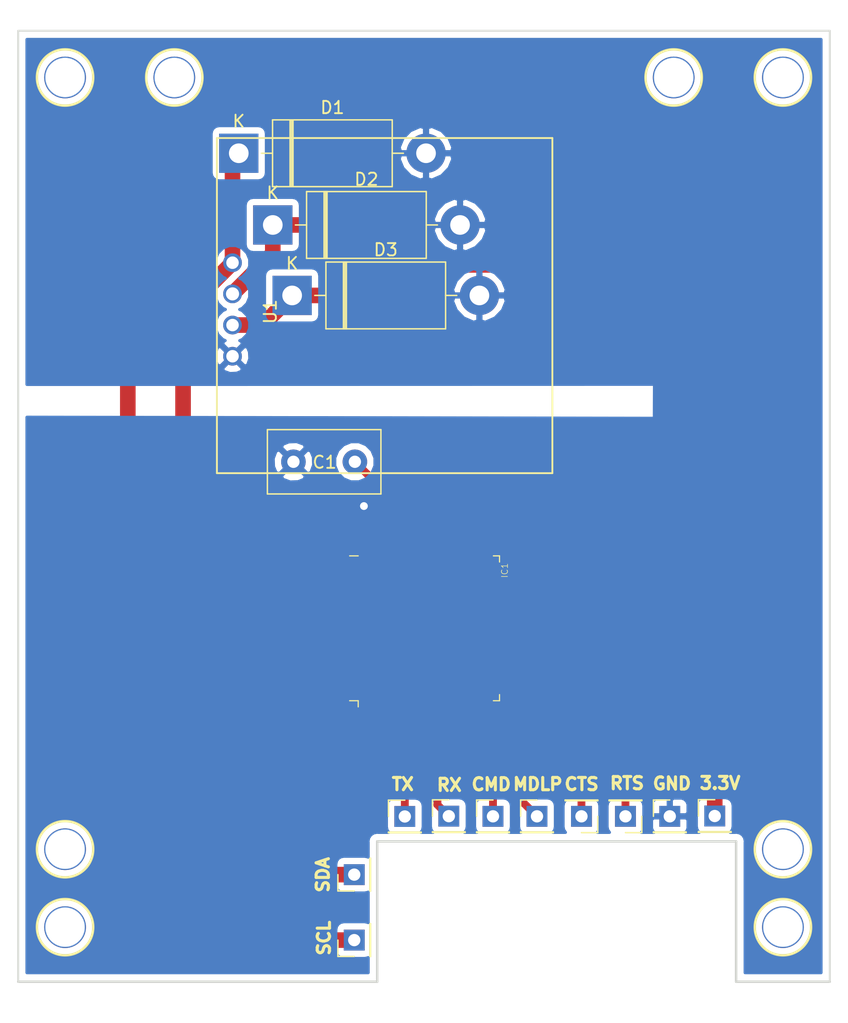
<source format=kicad_pcb>
(kicad_pcb (version 20171130) (host pcbnew 5.0.2+dfsg1-1~bpo9+1)

  (general
    (thickness 1.6)
    (drawings 26)
    (tracks 75)
    (zones 0)
    (modules 16)
    (nets 11)
  )

  (page A4)
  (layers
    (0 F.Cu signal)
    (31 B.Cu signal)
    (32 B.Adhes user)
    (33 F.Adhes user)
    (34 B.Paste user)
    (35 F.Paste user)
    (36 B.SilkS user)
    (37 F.SilkS user)
    (38 B.Mask user)
    (39 F.Mask user)
    (40 Dwgs.User user)
    (41 Cmts.User user)
    (42 Eco1.User user)
    (43 Eco2.User user)
    (44 Edge.Cuts user)
    (45 Margin user)
    (46 B.CrtYd user)
    (47 F.CrtYd user)
    (48 B.Fab user)
    (49 F.Fab user)
  )

  (setup
    (last_trace_width 0.635)
    (user_trace_width 0.254)
    (user_trace_width 0.635)
    (user_trace_width 1.27)
    (trace_clearance 0.254)
    (zone_clearance 0.508)
    (zone_45_only no)
    (trace_min 0.254)
    (segment_width 0.2)
    (edge_width 0.15)
    (via_size 0.45)
    (via_drill 0.2)
    (via_min_size 0.45)
    (via_min_drill 0.2)
    (user_via 0.508 0.254)
    (user_via 1.27 0.635)
    (user_via 2.54 1.27)
    (uvia_size 0.3)
    (uvia_drill 0.1)
    (uvias_allowed no)
    (uvia_min_size 0.2)
    (uvia_min_drill 0.1)
    (pcb_text_width 0.3)
    (pcb_text_size 1.5 1.5)
    (mod_edge_width 0.15)
    (mod_text_size 1 1)
    (mod_text_width 0.15)
    (pad_size 1.524 1.524)
    (pad_drill 0.762)
    (pad_to_mask_clearance 0.051)
    (solder_mask_min_width 0.25)
    (aux_axis_origin 0 0)
    (visible_elements 7FFFFFFF)
    (pcbplotparams
      (layerselection 0x010fc_ffffffff)
      (usegerberextensions false)
      (usegerberattributes false)
      (usegerberadvancedattributes false)
      (creategerberjobfile false)
      (excludeedgelayer true)
      (linewidth 0.100000)
      (plotframeref false)
      (viasonmask false)
      (mode 1)
      (useauxorigin false)
      (hpglpennumber 1)
      (hpglpenspeed 20)
      (hpglpendiameter 15.000000)
      (psnegative false)
      (psa4output false)
      (plotreference true)
      (plotvalue true)
      (plotinvisibletext false)
      (padsonsilk false)
      (subtractmaskfromsilk false)
      (outputformat 1)
      (mirror false)
      (drillshape 0)
      (scaleselection 1)
      (outputdirectory "Gerbers/"))
  )

  (net 0 "")
  (net 1 GND)
  (net 2 +3V3)
  (net 3 "Net-(IC1-Pad5)")
  (net 4 "Net-(IC1-Pad6)")
  (net 5 "Net-(IC1-Pad18)")
  (net 6 "Net-(IC1-Pad7)")
  (net 7 "Net-(IC1-Pad8)")
  (net 8 "Net-(IC1-Pad14)")
  (net 9 "Net-(D1-Pad1)")
  (net 10 "Net-(D2-Pad1)")

  (net_class Default "Esta es la clase de red por defecto."
    (clearance 0.254)
    (trace_width 0.254)
    (via_dia 0.45)
    (via_drill 0.2)
    (uvia_dia 0.3)
    (uvia_drill 0.1)
    (diff_pair_gap 0.254)
    (diff_pair_width 0.254)
    (add_net +3V3)
    (add_net GND)
    (add_net "Net-(D1-Pad1)")
    (add_net "Net-(D2-Pad1)")
    (add_net "Net-(IC1-Pad14)")
    (add_net "Net-(IC1-Pad18)")
    (add_net "Net-(IC1-Pad5)")
    (add_net "Net-(IC1-Pad6)")
    (add_net "Net-(IC1-Pad7)")
    (add_net "Net-(IC1-Pad8)")
  )

  (module Encoder:SSD1306 (layer F.Cu) (tedit 5C678011) (tstamp 5C48EC9A)
    (at 106.3371 105.8926 90)
    (path /5C2EB9CF)
    (fp_text reference U1 (at 13.1547 4.3434 90) (layer F.SilkS)
      (effects (font (size 1 1) (thickness 0.15)))
    )
    (fp_text value SSD1306OLED (at 13.43152 -2.55016 90) (layer F.Fab)
      (effects (font (size 1 1) (thickness 0.15)))
    )
    (fp_line (start 0 27.3) (end 27.3 27.3) (layer F.SilkS) (width 0.15))
    (fp_line (start 0 0) (end 0 27.3) (layer F.SilkS) (width 0.15))
    (fp_line (start 0 0) (end 27.3 0) (layer F.SilkS) (width 0.15))
    (fp_line (start 27.3 0) (end 27.3 27.3) (layer F.SilkS) (width 0.15))
    (pad 4 thru_hole circle (at 17.145 1.27 90) (size 1.524 1.524) (drill 1.016) (layers *.Cu *.Mask)
      (net 9 "Net-(D1-Pad1)"))
    (pad 3 thru_hole circle (at 14.605 1.27 90) (size 1.524 1.524) (drill 1.0668) (layers *.Cu *.Mask)
      (net 10 "Net-(D2-Pad1)"))
    (pad 2 thru_hole circle (at 12.065 1.27 90) (size 1.524 1.524) (drill 1.016) (layers *.Cu *.Mask)
      (net 2 +3V3))
    (pad 1 thru_hole circle (at 9.525 1.27 90) (size 1.524 1.524) (drill 1.016) (layers *.Cu *.Mask)
      (net 1 GND))
    (model ${KIPRJMOD}/../FootPrints/3DModels/SSD1306Screen/128x64Oled.step
      (offset (xyz 13.335 -13.462 17.54))
      (scale (xyz 1 1 1))
      (rotate (xyz 0 0 0))
    )
  )

  (module Encoder:Bluetooth_Module_RN4020 (layer F.Cu) (tedit 5C57951D) (tstamp 5C48ED45)
    (at 123.7361 118.5291 90)
    (descr http://ww1.microchip.com/downloads/en/DeviceDoc/50002279B.pdf)
    (path /5C2EB132)
    (fp_text reference IC1 (at 4.71 6.02 90) (layer F.SilkS)
      (effects (font (size 0.5 0.5) (thickness 0.05)))
    )
    (fp_text value RN4020-V_RM120 (at 0 7.92 90) (layer F.Fab)
      (effects (font (size 1 1) (thickness 0.15)))
    )
    (fp_line (start 5.75 -14.05) (end 5.75 5.45) (layer F.Fab) (width 0.1))
    (fp_line (start 5.75 5.45) (end -5.75 5.45) (layer F.Fab) (width 0.1))
    (fp_line (start -5.75 -14.05) (end -5.75 5.45) (layer F.Fab) (width 0.1))
    (fp_line (start 5.75 -14.05) (end -5.75 -14.05) (layer F.Fab) (width 0.1))
    (fp_line (start -5.9 -5.9) (end -6.4 -5.9) (layer F.SilkS) (width 0.1))
    (fp_line (start -5.9 -5.9) (end -5.9 -6.6) (layer F.SilkS) (width 0.1))
    (fp_line (start 5.9 -5.9) (end 5.9 -6.6) (layer F.SilkS) (width 0.1))
    (fp_line (start -5.9 5.6) (end -5.4 5.6) (layer F.SilkS) (width 0.1))
    (fp_line (start -5.9 5.6) (end -5.9 5.1) (layer F.SilkS) (width 0.1))
    (fp_line (start 5.9 5.6) (end 5.4 5.6) (layer F.SilkS) (width 0.1))
    (fp_line (start 5.9 5.6) (end 5.9 5.1) (layer F.SilkS) (width 0.1))
    (fp_line (start -6.75 6.45) (end -6.75 -14.3) (layer F.CrtYd) (width 0.05))
    (fp_line (start -6.75 -14.3) (end 6.75 -14.3) (layer F.CrtYd) (width 0.05))
    (fp_line (start -6.75 6.45) (end 6.75 6.45) (layer F.CrtYd) (width 0.05))
    (fp_line (start 6.75 6.45) (end 6.75 -14.3) (layer F.CrtYd) (width 0.05))
    (fp_text user %R (at 0 0 90) (layer F.Fab)
      (effects (font (size 1 1) (thickness 0.15)))
    )
    (pad 24 smd rect (at 6.5 -5.45 90) (size 3 0.8) (layers F.Cu F.Paste F.Mask)
      (net 1 GND))
    (pad 23 smd rect (at 6.5 -4.25 90) (size 3 0.8) (layers F.Cu F.Paste F.Mask)
      (net 2 +3V3))
    (pad 22 smd rect (at 6.5 -3.05 90) (size 3 0.8) (layers F.Cu F.Paste F.Mask))
    (pad 21 smd rect (at 6.5 -1.85 90) (size 3 0.8) (layers F.Cu F.Paste F.Mask))
    (pad 20 smd rect (at 6.5 -0.65 90) (size 3 0.8) (layers F.Cu F.Paste F.Mask))
    (pad 19 smd rect (at 6.5 0.55 90) (size 3 0.8) (layers F.Cu F.Paste F.Mask))
    (pad 18 smd rect (at 6.5 1.75 90) (size 3 0.8) (layers F.Cu F.Paste F.Mask)
      (net 5 "Net-(IC1-Pad18)"))
    (pad 17 smd rect (at 6.5 2.95 90) (size 3 0.8) (layers F.Cu F.Paste F.Mask))
    (pad 15 smd rect (at 3 6.2 90) (size 0.8 3) (layers F.Cu F.Paste F.Mask))
    (pad 14 smd rect (at 1.8 6.2 90) (size 0.8 3) (layers F.Cu F.Paste F.Mask)
      (net 8 "Net-(IC1-Pad14)"))
    (pad 13 smd rect (at 0.6 6.2 90) (size 0.8 3) (layers F.Cu F.Paste F.Mask))
    (pad 12 smd rect (at -0.6 6.2 90) (size 0.8 3) (layers F.Cu F.Paste F.Mask))
    (pad 11 smd rect (at -1.8 6.2 90) (size 0.8 3) (layers F.Cu F.Paste F.Mask))
    (pad 10 smd rect (at -3 6.2 90) (size 0.8 3) (layers F.Cu F.Paste F.Mask))
    (pad 8 smd rect (at -6.5 2.95 90) (size 3 0.8) (layers F.Cu F.Paste F.Mask)
      (net 7 "Net-(IC1-Pad8)"))
    (pad 7 smd rect (at -6.5 1.75 90) (size 3 0.8) (layers F.Cu F.Paste F.Mask)
      (net 6 "Net-(IC1-Pad7)"))
    (pad 6 smd rect (at -6.5 0.55 90) (size 3 0.8) (layers F.Cu F.Paste F.Mask)
      (net 4 "Net-(IC1-Pad6)"))
    (pad 5 smd rect (at -6.5 -0.65 90) (size 3 0.8) (layers F.Cu F.Paste F.Mask)
      (net 3 "Net-(IC1-Pad5)"))
    (pad 4 smd rect (at -6.5 -1.85 90) (size 3 0.8) (layers F.Cu F.Paste F.Mask))
    (pad 3 smd rect (at -6.5 -3.05 90) (size 3 0.8) (layers F.Cu F.Paste F.Mask))
    (pad 2 smd rect (at -6.5 -4.25 90) (size 3 0.8) (layers F.Cu F.Paste F.Mask))
    (pad 1 smd rect (at -6.5 -5.45 90) (size 3 0.8) (layers F.Cu F.Paste F.Mask))
    (model ${KIPRJMOD}/../FootPrints/3DModels/Bluetooth/RN4020.step
      (offset (xyz 5.75 -5.45 0))
      (scale (xyz 1 1 1))
      (rotate (xyz 0 0 -90))
    )
  )

  (module Encoder:PinHeader_1x01_P2.54mm_Vertical (layer F.Cu) (tedit 5C663536) (tstamp 5C48F477)
    (at 125.2093 133.8326)
    (descr "Through hole straight pin header, 1x01, 2.54mm pitch, single row")
    (tags "Through hole pin header THT 1x01 2.54mm single row")
    (path /5C2EBDFA)
    (fp_text reference J6 (at 0 -2.33) (layer F.SilkS) hide
      (effects (font (size 1 1) (thickness 0.15)))
    )
    (fp_text value Conn_01x01_Male (at 0 2.33) (layer F.Fab)
      (effects (font (size 1 1) (thickness 0.15)))
    )
    (fp_text user %R (at 0 0 90) (layer F.Fab)
      (effects (font (size 1 1) (thickness 0.15)))
    )
    (fp_line (start 1.8 -1.8) (end -1.8 -1.8) (layer F.CrtYd) (width 0.05))
    (fp_line (start 1.8 1.8) (end 1.8 -1.8) (layer F.CrtYd) (width 0.05))
    (fp_line (start -1.8 1.8) (end 1.8 1.8) (layer F.CrtYd) (width 0.05))
    (fp_line (start -1.8 -1.8) (end -1.8 1.8) (layer F.CrtYd) (width 0.05))
    (fp_line (start -1.33 -1.33) (end 0 -1.33) (layer F.SilkS) (width 0.12))
    (fp_line (start -1.33 0) (end -1.33 -1.33) (layer F.SilkS) (width 0.12))
    (fp_line (start -1.33 1.27) (end 1.33 1.27) (layer F.SilkS) (width 0.12))
    (fp_line (start 1.33 1.27) (end 1.33 1.33) (layer F.SilkS) (width 0.12))
    (fp_line (start -1.33 1.27) (end -1.33 1.33) (layer F.SilkS) (width 0.12))
    (fp_line (start -1.33 1.33) (end 1.33 1.33) (layer F.SilkS) (width 0.12))
    (fp_line (start -1.27 -0.635) (end -0.635 -1.27) (layer F.Fab) (width 0.1))
    (fp_line (start -1.27 1.27) (end -1.27 -0.635) (layer F.Fab) (width 0.1))
    (fp_line (start 1.27 1.27) (end -1.27 1.27) (layer F.Fab) (width 0.1))
    (fp_line (start 1.27 -1.27) (end 1.27 1.27) (layer F.Fab) (width 0.1))
    (fp_line (start -0.635 -1.27) (end 1.27 -1.27) (layer F.Fab) (width 0.1))
    (pad 1 thru_hole rect (at 0 0) (size 1.7 1.7) (drill 1) (layers *.Cu *.Mask)
      (net 4 "Net-(IC1-Pad6)"))
    (model ${KISYS3DMOD}/Connector_PinHeader_2.54mm.3dshapes/PinHeader_1x01_P2.54mm_Vertical.wrl
      (at (xyz 0 0 0))
      (scale (xyz 1 1 1))
      (rotate (xyz 0 0 0))
    )
    (model "${KIPRJMOD}/../FootPrints/3DModels/Connectors/Pin Header 1x1 TH Pitch 2.54mm.stp"
      (at (xyz 0 0 0))
      (scale (xyz 1 1 1))
      (rotate (xyz 0 0 0))
    )
  )

  (module Encoder:PinHeader_1x01_P2.54mm_Vertical (layer F.Cu) (tedit 5C663505) (tstamp 5C48E72E)
    (at 146.8501 133.8199)
    (descr "Through hole straight pin header, 1x01, 2.54mm pitch, single row")
    (tags "Through hole pin header THT 1x01 2.54mm single row")
    (path /5C2EBC88)
    (fp_text reference J1 (at 0 -2.33) (layer F.SilkS) hide
      (effects (font (size 1 1) (thickness 0.15)))
    )
    (fp_text value Conn_01x01_Male (at 0 2.33) (layer F.Fab)
      (effects (font (size 1 1) (thickness 0.15)))
    )
    (fp_line (start -0.635 -1.27) (end 1.27 -1.27) (layer F.Fab) (width 0.1))
    (fp_line (start 1.27 -1.27) (end 1.27 1.27) (layer F.Fab) (width 0.1))
    (fp_line (start 1.27 1.27) (end -1.27 1.27) (layer F.Fab) (width 0.1))
    (fp_line (start -1.27 1.27) (end -1.27 -0.635) (layer F.Fab) (width 0.1))
    (fp_line (start -1.27 -0.635) (end -0.635 -1.27) (layer F.Fab) (width 0.1))
    (fp_line (start -1.33 1.33) (end 1.33 1.33) (layer F.SilkS) (width 0.12))
    (fp_line (start -1.33 1.27) (end -1.33 1.33) (layer F.SilkS) (width 0.12))
    (fp_line (start 1.33 1.27) (end 1.33 1.33) (layer F.SilkS) (width 0.12))
    (fp_line (start -1.33 1.27) (end 1.33 1.27) (layer F.SilkS) (width 0.12))
    (fp_line (start -1.33 0) (end -1.33 -1.33) (layer F.SilkS) (width 0.12))
    (fp_line (start -1.33 -1.33) (end 0 -1.33) (layer F.SilkS) (width 0.12))
    (fp_line (start -1.8 -1.8) (end -1.8 1.8) (layer F.CrtYd) (width 0.05))
    (fp_line (start -1.8 1.8) (end 1.8 1.8) (layer F.CrtYd) (width 0.05))
    (fp_line (start 1.8 1.8) (end 1.8 -1.8) (layer F.CrtYd) (width 0.05))
    (fp_line (start 1.8 -1.8) (end -1.8 -1.8) (layer F.CrtYd) (width 0.05))
    (fp_text user %R (at 0 0 90) (layer F.Fab)
      (effects (font (size 1 1) (thickness 0.15)))
    )
    (pad 1 thru_hole rect (at 0 0) (size 1.7 1.7) (drill 1) (layers *.Cu *.Mask)
      (net 2 +3V3))
    (model ${KISYS3DMOD}/Connector_PinHeader_2.54mm.3dshapes/PinHeader_1x01_P2.54mm_Vertical.wrl
      (at (xyz 0 0 0))
      (scale (xyz 1 1 1))
      (rotate (xyz 0 0 0))
    )
    (model "${KIPRJMOD}/../FootPrints/3DModels/Connectors/Pin Header 1x1 TH Pitch 2.54mm.stp"
      (at (xyz 0 0 0))
      (scale (xyz 1 1 1))
      (rotate (xyz 0 0 0))
    )
  )

  (module Encoder:PinHeader_1x01_P2.54mm_Vertical (layer F.Cu) (tedit 5C66350B) (tstamp 5C48EA4C)
    (at 143.1925 133.8453)
    (descr "Through hole straight pin header, 1x01, 2.54mm pitch, single row")
    (tags "Through hole pin header THT 1x01 2.54mm single row")
    (path /5C2EBCA6)
    (fp_text reference J2 (at 0 -2.33) (layer F.SilkS) hide
      (effects (font (size 1 1) (thickness 0.15)))
    )
    (fp_text value Conn_01x01_Male (at 0 2.33) (layer F.Fab)
      (effects (font (size 1 1) (thickness 0.15)))
    )
    (fp_text user %R (at 0 0 90) (layer F.Fab)
      (effects (font (size 1 1) (thickness 0.15)))
    )
    (fp_line (start 1.8 -1.8) (end -1.8 -1.8) (layer F.CrtYd) (width 0.05))
    (fp_line (start 1.8 1.8) (end 1.8 -1.8) (layer F.CrtYd) (width 0.05))
    (fp_line (start -1.8 1.8) (end 1.8 1.8) (layer F.CrtYd) (width 0.05))
    (fp_line (start -1.8 -1.8) (end -1.8 1.8) (layer F.CrtYd) (width 0.05))
    (fp_line (start -1.33 -1.33) (end 0 -1.33) (layer F.SilkS) (width 0.12))
    (fp_line (start -1.33 0) (end -1.33 -1.33) (layer F.SilkS) (width 0.12))
    (fp_line (start -1.33 1.27) (end 1.33 1.27) (layer F.SilkS) (width 0.12))
    (fp_line (start 1.33 1.27) (end 1.33 1.33) (layer F.SilkS) (width 0.12))
    (fp_line (start -1.33 1.27) (end -1.33 1.33) (layer F.SilkS) (width 0.12))
    (fp_line (start -1.33 1.33) (end 1.33 1.33) (layer F.SilkS) (width 0.12))
    (fp_line (start -1.27 -0.635) (end -0.635 -1.27) (layer F.Fab) (width 0.1))
    (fp_line (start -1.27 1.27) (end -1.27 -0.635) (layer F.Fab) (width 0.1))
    (fp_line (start 1.27 1.27) (end -1.27 1.27) (layer F.Fab) (width 0.1))
    (fp_line (start 1.27 -1.27) (end 1.27 1.27) (layer F.Fab) (width 0.1))
    (fp_line (start -0.635 -1.27) (end 1.27 -1.27) (layer F.Fab) (width 0.1))
    (pad 1 thru_hole rect (at 0 0) (size 1.7 1.7) (drill 1) (layers *.Cu *.Mask)
      (net 1 GND))
    (model ${KISYS3DMOD}/Connector_PinHeader_2.54mm.3dshapes/PinHeader_1x01_P2.54mm_Vertical.wrl
      (at (xyz 0 0 0))
      (scale (xyz 1 1 1))
      (rotate (xyz 0 0 0))
    )
    (model "${KIPRJMOD}/../FootPrints/3DModels/Connectors/Pin Header 1x1 TH Pitch 2.54mm.stp"
      (at (xyz 0 0 0))
      (scale (xyz 1 1 1))
      (rotate (xyz 0 0 0))
    )
  )

  (module Encoder:PinHeader_1x01_P2.54mm_Vertical (layer F.Cu) (tedit 5C663AEB) (tstamp 5C303B69)
    (at 117.5131 138.5951 90)
    (descr "Through hole straight pin header, 1x01, 2.54mm pitch, single row")
    (tags "Through hole pin header THT 1x01 2.54mm single row")
    (path /5C2EBC1C)
    (fp_text reference J3 (at 0 -2.33 90) (layer F.SilkS) hide
      (effects (font (size 1 1) (thickness 0.15)))
    )
    (fp_text value Conn_01x01_Male (at 0 2.33 90) (layer F.Fab)
      (effects (font (size 1 1) (thickness 0.15)))
    )
    (fp_line (start -0.635 -1.27) (end 1.27 -1.27) (layer F.Fab) (width 0.1))
    (fp_line (start 1.27 -1.27) (end 1.27 1.27) (layer F.Fab) (width 0.1))
    (fp_line (start 1.27 1.27) (end -1.27 1.27) (layer F.Fab) (width 0.1))
    (fp_line (start -1.27 1.27) (end -1.27 -0.635) (layer F.Fab) (width 0.1))
    (fp_line (start -1.27 -0.635) (end -0.635 -1.27) (layer F.Fab) (width 0.1))
    (fp_line (start -1.33 1.33) (end 1.33 1.33) (layer F.SilkS) (width 0.12))
    (fp_line (start -1.33 1.27) (end -1.33 1.33) (layer F.SilkS) (width 0.12))
    (fp_line (start 1.33 1.27) (end 1.33 1.33) (layer F.SilkS) (width 0.12))
    (fp_line (start -1.33 1.27) (end 1.33 1.27) (layer F.SilkS) (width 0.12))
    (fp_line (start -1.33 0) (end -1.33 -1.33) (layer F.SilkS) (width 0.12))
    (fp_line (start -1.33 -1.33) (end 0 -1.33) (layer F.SilkS) (width 0.12))
    (fp_line (start -1.8 -1.8) (end -1.8 1.8) (layer F.CrtYd) (width 0.05))
    (fp_line (start -1.8 1.8) (end 1.8 1.8) (layer F.CrtYd) (width 0.05))
    (fp_line (start 1.8 1.8) (end 1.8 -1.8) (layer F.CrtYd) (width 0.05))
    (fp_line (start 1.8 -1.8) (end -1.8 -1.8) (layer F.CrtYd) (width 0.05))
    (fp_text user %R (at 0 0 -180) (layer F.Fab)
      (effects (font (size 1 1) (thickness 0.15)))
    )
    (pad 1 thru_hole rect (at 0 0 90) (size 1.7 1.7) (drill 1) (layers *.Cu *.Mask)
      (net 9 "Net-(D1-Pad1)"))
    (model ${KISYS3DMOD}/Connector_PinHeader_2.54mm.3dshapes/PinHeader_1x01_P2.54mm_Vertical.wrl
      (at (xyz 0 0 0))
      (scale (xyz 1 1 1))
      (rotate (xyz 0 0 0))
    )
    (model "${KIPRJMOD}/../FootPrints/3DModels/Connectors/Pin Header 1x1 TH Pitch 2.54mm.stp"
      (at (xyz 0 0 0))
      (scale (xyz 1 1 1))
      (rotate (xyz 0 0 0))
    )
  )

  (module Encoder:PinHeader_1x01_P2.54mm_Vertical (layer F.Cu) (tedit 5C663AEE) (tstamp 5C303B7E)
    (at 117.5131 143.9291 90)
    (descr "Through hole straight pin header, 1x01, 2.54mm pitch, single row")
    (tags "Through hole pin header THT 1x01 2.54mm single row")
    (path /5C2EBC6E)
    (fp_text reference J4 (at 0 -2.33 90) (layer F.SilkS) hide
      (effects (font (size 1 1) (thickness 0.15)))
    )
    (fp_text value Conn_01x01_Male (at 0 2.33 90) (layer F.Fab)
      (effects (font (size 1 1) (thickness 0.15)))
    )
    (fp_text user %R (at 0 0 -180) (layer F.Fab)
      (effects (font (size 1 1) (thickness 0.15)))
    )
    (fp_line (start 1.8 -1.8) (end -1.8 -1.8) (layer F.CrtYd) (width 0.05))
    (fp_line (start 1.8 1.8) (end 1.8 -1.8) (layer F.CrtYd) (width 0.05))
    (fp_line (start -1.8 1.8) (end 1.8 1.8) (layer F.CrtYd) (width 0.05))
    (fp_line (start -1.8 -1.8) (end -1.8 1.8) (layer F.CrtYd) (width 0.05))
    (fp_line (start -1.33 -1.33) (end 0 -1.33) (layer F.SilkS) (width 0.12))
    (fp_line (start -1.33 0) (end -1.33 -1.33) (layer F.SilkS) (width 0.12))
    (fp_line (start -1.33 1.27) (end 1.33 1.27) (layer F.SilkS) (width 0.12))
    (fp_line (start 1.33 1.27) (end 1.33 1.33) (layer F.SilkS) (width 0.12))
    (fp_line (start -1.33 1.27) (end -1.33 1.33) (layer F.SilkS) (width 0.12))
    (fp_line (start -1.33 1.33) (end 1.33 1.33) (layer F.SilkS) (width 0.12))
    (fp_line (start -1.27 -0.635) (end -0.635 -1.27) (layer F.Fab) (width 0.1))
    (fp_line (start -1.27 1.27) (end -1.27 -0.635) (layer F.Fab) (width 0.1))
    (fp_line (start 1.27 1.27) (end -1.27 1.27) (layer F.Fab) (width 0.1))
    (fp_line (start 1.27 -1.27) (end 1.27 1.27) (layer F.Fab) (width 0.1))
    (fp_line (start -0.635 -1.27) (end 1.27 -1.27) (layer F.Fab) (width 0.1))
    (pad 1 thru_hole rect (at 0 0 90) (size 1.7 1.7) (drill 1) (layers *.Cu *.Mask)
      (net 10 "Net-(D2-Pad1)"))
    (model ${KISYS3DMOD}/Connector_PinHeader_2.54mm.3dshapes/PinHeader_1x01_P2.54mm_Vertical.wrl
      (at (xyz 0 0 0))
      (scale (xyz 1 1 1))
      (rotate (xyz 0 0 0))
    )
    (model "${KIPRJMOD}/../FootPrints/3DModels/Connectors/Pin Header 1x1 TH Pitch 2.54mm.stp"
      (at (xyz 0 0 0))
      (scale (xyz 1 1 1))
      (rotate (xyz 0 0 0))
    )
  )

  (module Encoder:PinHeader_1x01_P2.54mm_Vertical (layer F.Cu) (tedit 5C66353C) (tstamp 5C48E8E4)
    (at 121.6279 133.858)
    (descr "Through hole straight pin header, 1x01, 2.54mm pitch, single row")
    (tags "Through hole pin header THT 1x01 2.54mm single row")
    (path /5C2EBDAC)
    (fp_text reference J5 (at 0 -2.33) (layer F.SilkS) hide
      (effects (font (size 1 1) (thickness 0.15)))
    )
    (fp_text value Conn_01x01_Male (at 0 2.33) (layer F.Fab)
      (effects (font (size 1 1) (thickness 0.15)))
    )
    (fp_line (start -0.635 -1.27) (end 1.27 -1.27) (layer F.Fab) (width 0.1))
    (fp_line (start 1.27 -1.27) (end 1.27 1.27) (layer F.Fab) (width 0.1))
    (fp_line (start 1.27 1.27) (end -1.27 1.27) (layer F.Fab) (width 0.1))
    (fp_line (start -1.27 1.27) (end -1.27 -0.635) (layer F.Fab) (width 0.1))
    (fp_line (start -1.27 -0.635) (end -0.635 -1.27) (layer F.Fab) (width 0.1))
    (fp_line (start -1.33 1.33) (end 1.33 1.33) (layer F.SilkS) (width 0.12))
    (fp_line (start -1.33 1.27) (end -1.33 1.33) (layer F.SilkS) (width 0.12))
    (fp_line (start 1.33 1.27) (end 1.33 1.33) (layer F.SilkS) (width 0.12))
    (fp_line (start -1.33 1.27) (end 1.33 1.27) (layer F.SilkS) (width 0.12))
    (fp_line (start -1.33 0) (end -1.33 -1.33) (layer F.SilkS) (width 0.12))
    (fp_line (start -1.33 -1.33) (end 0 -1.33) (layer F.SilkS) (width 0.12))
    (fp_line (start -1.8 -1.8) (end -1.8 1.8) (layer F.CrtYd) (width 0.05))
    (fp_line (start -1.8 1.8) (end 1.8 1.8) (layer F.CrtYd) (width 0.05))
    (fp_line (start 1.8 1.8) (end 1.8 -1.8) (layer F.CrtYd) (width 0.05))
    (fp_line (start 1.8 -1.8) (end -1.8 -1.8) (layer F.CrtYd) (width 0.05))
    (fp_text user %R (at 0 0 90) (layer F.Fab)
      (effects (font (size 1 1) (thickness 0.15)))
    )
    (pad 1 thru_hole rect (at 0 0) (size 1.7 1.7) (drill 1) (layers *.Cu *.Mask)
      (net 3 "Net-(IC1-Pad5)"))
    (model ${KISYS3DMOD}/Connector_PinHeader_2.54mm.3dshapes/PinHeader_1x01_P2.54mm_Vertical.wrl
      (at (xyz 0 0 0))
      (scale (xyz 1 1 1))
      (rotate (xyz 0 0 0))
    )
    (model "${KIPRJMOD}/../FootPrints/3DModels/Connectors/Pin Header 1x1 TH Pitch 2.54mm.stp"
      (at (xyz 0 0 0))
      (scale (xyz 1 1 1))
      (rotate (xyz 0 0 0))
    )
  )

  (module Encoder:PinHeader_1x01_P2.54mm_Vertical (layer F.Cu) (tedit 5C663532) (tstamp 5C48E63B)
    (at 128.8034 133.8453)
    (descr "Through hole straight pin header, 1x01, 2.54mm pitch, single row")
    (tags "Through hole pin header THT 1x01 2.54mm single row")
    (path /5C2EBE22)
    (fp_text reference J7 (at 0 -2.33) (layer F.SilkS) hide
      (effects (font (size 1 1) (thickness 0.15)))
    )
    (fp_text value Conn_01x01_Male (at 0 2.33) (layer F.Fab)
      (effects (font (size 1 1) (thickness 0.15)))
    )
    (fp_line (start -0.635 -1.27) (end 1.27 -1.27) (layer F.Fab) (width 0.1))
    (fp_line (start 1.27 -1.27) (end 1.27 1.27) (layer F.Fab) (width 0.1))
    (fp_line (start 1.27 1.27) (end -1.27 1.27) (layer F.Fab) (width 0.1))
    (fp_line (start -1.27 1.27) (end -1.27 -0.635) (layer F.Fab) (width 0.1))
    (fp_line (start -1.27 -0.635) (end -0.635 -1.27) (layer F.Fab) (width 0.1))
    (fp_line (start -1.33 1.33) (end 1.33 1.33) (layer F.SilkS) (width 0.12))
    (fp_line (start -1.33 1.27) (end -1.33 1.33) (layer F.SilkS) (width 0.12))
    (fp_line (start 1.33 1.27) (end 1.33 1.33) (layer F.SilkS) (width 0.12))
    (fp_line (start -1.33 1.27) (end 1.33 1.27) (layer F.SilkS) (width 0.12))
    (fp_line (start -1.33 0) (end -1.33 -1.33) (layer F.SilkS) (width 0.12))
    (fp_line (start -1.33 -1.33) (end 0 -1.33) (layer F.SilkS) (width 0.12))
    (fp_line (start -1.8 -1.8) (end -1.8 1.8) (layer F.CrtYd) (width 0.05))
    (fp_line (start -1.8 1.8) (end 1.8 1.8) (layer F.CrtYd) (width 0.05))
    (fp_line (start 1.8 1.8) (end 1.8 -1.8) (layer F.CrtYd) (width 0.05))
    (fp_line (start 1.8 -1.8) (end -1.8 -1.8) (layer F.CrtYd) (width 0.05))
    (fp_text user %R (at 0 0 90) (layer F.Fab)
      (effects (font (size 1 1) (thickness 0.15)))
    )
    (pad 1 thru_hole rect (at 0 0) (size 1.7 1.7) (drill 1) (layers *.Cu *.Mask)
      (net 6 "Net-(IC1-Pad7)"))
    (model ${KISYS3DMOD}/Connector_PinHeader_2.54mm.3dshapes/PinHeader_1x01_P2.54mm_Vertical.wrl
      (at (xyz 0 0 0))
      (scale (xyz 1 1 1))
      (rotate (xyz 0 0 0))
    )
    (model "${KIPRJMOD}/../FootPrints/3DModels/Connectors/Pin Header 1x1 TH Pitch 2.54mm.stp"
      (at (xyz 0 0 0))
      (scale (xyz 1 1 1))
      (rotate (xyz 0 0 0))
    )
  )

  (module Encoder:PinHeader_1x01_P2.54mm_Vertical (layer F.Cu) (tedit 5C66352B) (tstamp 5C48E6EF)
    (at 132.3848 133.8453)
    (descr "Through hole straight pin header, 1x01, 2.54mm pitch, single row")
    (tags "Through hole pin header THT 1x01 2.54mm single row")
    (path /5C31483E)
    (fp_text reference J8 (at 0 -2.33) (layer F.SilkS) hide
      (effects (font (size 1 1) (thickness 0.15)))
    )
    (fp_text value Conn_01x01_Male (at 0 2.33) (layer F.Fab)
      (effects (font (size 1 1) (thickness 0.15)))
    )
    (fp_text user %R (at 0 0 90) (layer F.Fab)
      (effects (font (size 1 1) (thickness 0.15)))
    )
    (fp_line (start 1.8 -1.8) (end -1.8 -1.8) (layer F.CrtYd) (width 0.05))
    (fp_line (start 1.8 1.8) (end 1.8 -1.8) (layer F.CrtYd) (width 0.05))
    (fp_line (start -1.8 1.8) (end 1.8 1.8) (layer F.CrtYd) (width 0.05))
    (fp_line (start -1.8 -1.8) (end -1.8 1.8) (layer F.CrtYd) (width 0.05))
    (fp_line (start -1.33 -1.33) (end 0 -1.33) (layer F.SilkS) (width 0.12))
    (fp_line (start -1.33 0) (end -1.33 -1.33) (layer F.SilkS) (width 0.12))
    (fp_line (start -1.33 1.27) (end 1.33 1.27) (layer F.SilkS) (width 0.12))
    (fp_line (start 1.33 1.27) (end 1.33 1.33) (layer F.SilkS) (width 0.12))
    (fp_line (start -1.33 1.27) (end -1.33 1.33) (layer F.SilkS) (width 0.12))
    (fp_line (start -1.33 1.33) (end 1.33 1.33) (layer F.SilkS) (width 0.12))
    (fp_line (start -1.27 -0.635) (end -0.635 -1.27) (layer F.Fab) (width 0.1))
    (fp_line (start -1.27 1.27) (end -1.27 -0.635) (layer F.Fab) (width 0.1))
    (fp_line (start 1.27 1.27) (end -1.27 1.27) (layer F.Fab) (width 0.1))
    (fp_line (start 1.27 -1.27) (end 1.27 1.27) (layer F.Fab) (width 0.1))
    (fp_line (start -0.635 -1.27) (end 1.27 -1.27) (layer F.Fab) (width 0.1))
    (pad 1 thru_hole rect (at 0 0) (size 1.7 1.7) (drill 1) (layers *.Cu *.Mask)
      (net 7 "Net-(IC1-Pad8)"))
    (model ${KISYS3DMOD}/Connector_PinHeader_2.54mm.3dshapes/PinHeader_1x01_P2.54mm_Vertical.wrl
      (at (xyz 0 0 0))
      (scale (xyz 1 1 1))
      (rotate (xyz 0 0 0))
    )
    (model "${KIPRJMOD}/../FootPrints/3DModels/Connectors/Pin Header 1x1 TH Pitch 2.54mm.stp"
      (at (xyz 0 0 0))
      (scale (xyz 1 1 1))
      (rotate (xyz 0 0 0))
    )
  )

  (module Encoder:PinHeader_1x01_P2.54mm_Vertical (layer F.Cu) (tedit 5C66351C) (tstamp 5C48E965)
    (at 139.5857 133.8453 180)
    (descr "Through hole straight pin header, 1x01, 2.54mm pitch, single row")
    (tags "Through hole pin header THT 1x01 2.54mm single row")
    (path /5C31521B)
    (fp_text reference J9 (at 0.254 2.54 180) (layer F.SilkS) hide
      (effects (font (size 1 1) (thickness 0.15)))
    )
    (fp_text value Conn_01x01_Male (at 0 2.33 180) (layer F.Fab)
      (effects (font (size 1 1) (thickness 0.15)))
    )
    (fp_line (start -0.635 -1.27) (end 1.27 -1.27) (layer F.Fab) (width 0.1))
    (fp_line (start 1.27 -1.27) (end 1.27 1.27) (layer F.Fab) (width 0.1))
    (fp_line (start 1.27 1.27) (end -1.27 1.27) (layer F.Fab) (width 0.1))
    (fp_line (start -1.27 1.27) (end -1.27 -0.635) (layer F.Fab) (width 0.1))
    (fp_line (start -1.27 -0.635) (end -0.635 -1.27) (layer F.Fab) (width 0.1))
    (fp_line (start -1.33 1.33) (end 1.33 1.33) (layer F.SilkS) (width 0.12))
    (fp_line (start -1.33 1.27) (end -1.33 1.33) (layer F.SilkS) (width 0.12))
    (fp_line (start 1.33 1.27) (end 1.33 1.33) (layer F.SilkS) (width 0.12))
    (fp_line (start -1.33 1.27) (end 1.33 1.27) (layer F.SilkS) (width 0.12))
    (fp_line (start -1.33 0) (end -1.33 -1.33) (layer F.SilkS) (width 0.12))
    (fp_line (start -1.33 -1.33) (end 0 -1.33) (layer F.SilkS) (width 0.12))
    (fp_line (start -1.8 -1.8) (end -1.8 1.8) (layer F.CrtYd) (width 0.05))
    (fp_line (start -1.8 1.8) (end 1.8 1.8) (layer F.CrtYd) (width 0.05))
    (fp_line (start 1.8 1.8) (end 1.8 -1.8) (layer F.CrtYd) (width 0.05))
    (fp_line (start 1.8 -1.8) (end -1.8 -1.8) (layer F.CrtYd) (width 0.05))
    (fp_text user %R (at 0 0 270) (layer F.Fab)
      (effects (font (size 1 1) (thickness 0.15)))
    )
    (pad 1 thru_hole rect (at 0 0 180) (size 1.7 1.7) (drill 1) (layers *.Cu *.Mask)
      (net 5 "Net-(IC1-Pad18)"))
    (model ${KISYS3DMOD}/Connector_PinHeader_2.54mm.3dshapes/PinHeader_1x01_P2.54mm_Vertical.wrl
      (at (xyz 0 0 0))
      (scale (xyz 1 1 1))
      (rotate (xyz 0 0 0))
    )
    (model "${KIPRJMOD}/../FootPrints/3DModels/Connectors/Pin Header 1x1 TH Pitch 2.54mm.stp"
      (at (xyz 0 0 0))
      (scale (xyz 1 1 1))
      (rotate (xyz 0 0 0))
    )
  )

  (module Encoder:PinHeader_1x01_P2.54mm_Vertical (layer F.Cu) (tedit 5C663522) (tstamp 5C48E929)
    (at 136.0043 133.8453 180)
    (descr "Through hole straight pin header, 1x01, 2.54mm pitch, single row")
    (tags "Through hole pin header THT 1x01 2.54mm single row")
    (path /5C31525D)
    (fp_text reference J10 (at 0 2.492999 180) (layer F.SilkS) hide
      (effects (font (size 1 1) (thickness 0.15)))
    )
    (fp_text value Conn_01x01_Male (at 0 2.33 180) (layer F.Fab)
      (effects (font (size 1 1) (thickness 0.15)))
    )
    (fp_text user %R (at 0 0 270) (layer F.Fab)
      (effects (font (size 1 1) (thickness 0.15)))
    )
    (fp_line (start 1.8 -1.8) (end -1.8 -1.8) (layer F.CrtYd) (width 0.05))
    (fp_line (start 1.8 1.8) (end 1.8 -1.8) (layer F.CrtYd) (width 0.05))
    (fp_line (start -1.8 1.8) (end 1.8 1.8) (layer F.CrtYd) (width 0.05))
    (fp_line (start -1.8 -1.8) (end -1.8 1.8) (layer F.CrtYd) (width 0.05))
    (fp_line (start -1.33 -1.33) (end 0 -1.33) (layer F.SilkS) (width 0.12))
    (fp_line (start -1.33 0) (end -1.33 -1.33) (layer F.SilkS) (width 0.12))
    (fp_line (start -1.33 1.27) (end 1.33 1.27) (layer F.SilkS) (width 0.12))
    (fp_line (start 1.33 1.27) (end 1.33 1.33) (layer F.SilkS) (width 0.12))
    (fp_line (start -1.33 1.27) (end -1.33 1.33) (layer F.SilkS) (width 0.12))
    (fp_line (start -1.33 1.33) (end 1.33 1.33) (layer F.SilkS) (width 0.12))
    (fp_line (start -1.27 -0.635) (end -0.635 -1.27) (layer F.Fab) (width 0.1))
    (fp_line (start -1.27 1.27) (end -1.27 -0.635) (layer F.Fab) (width 0.1))
    (fp_line (start 1.27 1.27) (end -1.27 1.27) (layer F.Fab) (width 0.1))
    (fp_line (start 1.27 -1.27) (end 1.27 1.27) (layer F.Fab) (width 0.1))
    (fp_line (start -0.635 -1.27) (end 1.27 -1.27) (layer F.Fab) (width 0.1))
    (pad 1 thru_hole rect (at 0 0 180) (size 1.7 1.7) (drill 1) (layers *.Cu *.Mask)
      (net 8 "Net-(IC1-Pad14)"))
    (model ${KISYS3DMOD}/Connector_PinHeader_2.54mm.3dshapes/PinHeader_1x01_P2.54mm_Vertical.wrl
      (at (xyz 0 0 0))
      (scale (xyz 1 1 1))
      (rotate (xyz 0 0 0))
    )
    (model "${KIPRJMOD}/../FootPrints/3DModels/Connectors/Pin Header 1x1 TH Pitch 2.54mm.stp"
      (at (xyz 0 0 0))
      (scale (xyz 1 1 1))
      (rotate (xyz 0 0 0))
    )
  )

  (module Encoder:C_Disc_D9.0mm_W5.0mm_P5.00mm (layer F.Cu) (tedit 5C285519) (tstamp 5C48ECDD)
    (at 117.5639 104.9655 180)
    (descr "C, Disc series, Radial, pin pitch=5.00mm, , diameter*width=9*5.0mm^2, Capacitor, http://www.vishay.com/docs/28535/vy2series.pdf")
    (tags "C Disc series Radial pin pitch 5.00mm  diameter 9mm width 5.0mm Capacitor")
    (path /5C38FB11)
    (fp_text reference C1 (at 2.4638 -0.0381 180) (layer F.SilkS)
      (effects (font (size 1 1) (thickness 0.15)))
    )
    (fp_text value 4.7uF (at 2.5 3.75 180) (layer F.Fab)
      (effects (font (size 1 1) (thickness 0.15)))
    )
    (fp_line (start -2 -2.5) (end -2 2.5) (layer F.Fab) (width 0.1))
    (fp_line (start -2 2.5) (end 7 2.5) (layer F.Fab) (width 0.1))
    (fp_line (start 7 2.5) (end 7 -2.5) (layer F.Fab) (width 0.1))
    (fp_line (start 7 -2.5) (end -2 -2.5) (layer F.Fab) (width 0.1))
    (fp_line (start -2.12 -2.62) (end 7.12 -2.62) (layer F.SilkS) (width 0.12))
    (fp_line (start -2.12 2.62) (end 7.12 2.62) (layer F.SilkS) (width 0.12))
    (fp_line (start -2.12 -2.62) (end -2.12 2.62) (layer F.SilkS) (width 0.12))
    (fp_line (start 7.12 -2.62) (end 7.12 2.62) (layer F.SilkS) (width 0.12))
    (fp_line (start -2.25 -2.75) (end -2.25 2.75) (layer F.CrtYd) (width 0.05))
    (fp_line (start -2.25 2.75) (end 7.25 2.75) (layer F.CrtYd) (width 0.05))
    (fp_line (start 7.25 2.75) (end 7.25 -2.75) (layer F.CrtYd) (width 0.05))
    (fp_line (start 7.25 -2.75) (end -2.25 -2.75) (layer F.CrtYd) (width 0.05))
    (fp_text user %R (at 2.5 0 180) (layer F.Fab)
      (effects (font (size 1 1) (thickness 0.15)))
    )
    (pad 1 thru_hole circle (at 0 0 180) (size 2 2) (drill 1) (layers *.Cu *.Mask)
      (net 2 +3V3))
    (pad 2 thru_hole circle (at 5 0 180) (size 2 2) (drill 1) (layers *.Cu *.Mask)
      (net 1 GND))
    (model ${KISYS3DMOD}/Capacitor_THT.3dshapes/C_Disc_D9.0mm_W5.0mm_P5.00mm.wrl
      (at (xyz 0 0 0))
      (scale (xyz 1 1 1))
      (rotate (xyz 0 0 0))
    )
    (model "${KIPRJMOD}/../FootPrints/3DModels/Capacitors/Ceramic Cap, 5mm lead spacing, 4mm width, and 5.5mm tall, v4.step"
      (offset (xyz 0.5 1.15 1))
      (scale (xyz 1 1 1))
      (rotate (xyz -90 0 0))
    )
  )

  (module Encoder:D_DO-201AD_P15.24mm_Horizontal (layer F.Cu) (tedit 5C340019) (tstamp 5C745CBF)
    (at 108.1151 79.8322)
    (descr "Diode, DO-201AD series, Axial, Horizontal, pin pitch=15.24mm, , length*diameter=9.5*5.2mm^2, , http://www.diodes.com/_files/packages/DO-201AD.pdf")
    (tags "Diode DO-201AD series Axial Horizontal pin pitch 15.24mm  length 9.5mm diameter 5.2mm")
    (path /5C678A53)
    (fp_text reference D1 (at 7.62 -3.72) (layer F.SilkS)
      (effects (font (size 1 1) (thickness 0.15)))
    )
    (fp_text value D_Zener (at 7.62 3.72) (layer F.Fab)
      (effects (font (size 1 1) (thickness 0.15)))
    )
    (fp_line (start 2.87 -2.6) (end 2.87 2.6) (layer F.Fab) (width 0.1))
    (fp_line (start 2.87 2.6) (end 12.37 2.6) (layer F.Fab) (width 0.1))
    (fp_line (start 12.37 2.6) (end 12.37 -2.6) (layer F.Fab) (width 0.1))
    (fp_line (start 12.37 -2.6) (end 2.87 -2.6) (layer F.Fab) (width 0.1))
    (fp_line (start 0 0) (end 2.87 0) (layer F.Fab) (width 0.1))
    (fp_line (start 15.24 0) (end 12.37 0) (layer F.Fab) (width 0.1))
    (fp_line (start 4.295 -2.6) (end 4.295 2.6) (layer F.Fab) (width 0.1))
    (fp_line (start 4.395 -2.6) (end 4.395 2.6) (layer F.Fab) (width 0.1))
    (fp_line (start 4.195 -2.6) (end 4.195 2.6) (layer F.Fab) (width 0.1))
    (fp_line (start 2.75 -2.72) (end 2.75 2.72) (layer F.SilkS) (width 0.12))
    (fp_line (start 2.75 2.72) (end 12.49 2.72) (layer F.SilkS) (width 0.12))
    (fp_line (start 12.49 2.72) (end 12.49 -2.72) (layer F.SilkS) (width 0.12))
    (fp_line (start 12.49 -2.72) (end 2.75 -2.72) (layer F.SilkS) (width 0.12))
    (fp_line (start 1.84 0) (end 2.75 0) (layer F.SilkS) (width 0.12))
    (fp_line (start 13.4 0) (end 12.49 0) (layer F.SilkS) (width 0.12))
    (fp_line (start 4.295 -2.72) (end 4.295 2.72) (layer F.SilkS) (width 0.12))
    (fp_line (start 4.415 -2.72) (end 4.415 2.72) (layer F.SilkS) (width 0.12))
    (fp_line (start 4.175 -2.72) (end 4.175 2.72) (layer F.SilkS) (width 0.12))
    (fp_line (start -1.85 -2.85) (end -1.85 2.85) (layer F.CrtYd) (width 0.05))
    (fp_line (start -1.85 2.85) (end 17.09 2.85) (layer F.CrtYd) (width 0.05))
    (fp_line (start 17.09 2.85) (end 17.09 -2.85) (layer F.CrtYd) (width 0.05))
    (fp_line (start 17.09 -2.85) (end -1.85 -2.85) (layer F.CrtYd) (width 0.05))
    (fp_text user %R (at 8.3325 0) (layer F.Fab)
      (effects (font (size 1 1) (thickness 0.15)))
    )
    (fp_text user K (at 0 -2.6) (layer F.Fab)
      (effects (font (size 1 1) (thickness 0.15)))
    )
    (fp_text user K (at 0 -2.6) (layer F.SilkS)
      (effects (font (size 1 1) (thickness 0.15)))
    )
    (pad 1 thru_hole rect (at 0 0) (size 3.2 3.2) (drill 1.6) (layers *.Cu *.Mask)
      (net 9 "Net-(D1-Pad1)"))
    (pad 2 thru_hole oval (at 15.24 0) (size 3.2 3.2) (drill 1.6) (layers *.Cu *.Mask)
      (net 1 GND))
    (model ${KISYS3DMOD}/Diode_THT.3dshapes/D_DO-201AD_P15.24mm_Horizontal.wrl
      (at (xyz 0 0 0))
      (scale (xyz 1 1 1))
      (rotate (xyz 0 0 0))
    )
    (model "${KIPRJMOD}/../FootPrints/3DModels/DO201AD/User Library-DO-201AD.STEP"
      (offset (xyz 15.23999977111816 0 -1.904999971389771))
      (scale (xyz 1 1 1))
      (rotate (xyz 0 0 -180))
    )
  )

  (module Encoder:D_DO-201AD_P15.24mm_Horizontal (layer F.Cu) (tedit 5C340019) (tstamp 5C745CDE)
    (at 110.8837 85.6742)
    (descr "Diode, DO-201AD series, Axial, Horizontal, pin pitch=15.24mm, , length*diameter=9.5*5.2mm^2, , http://www.diodes.com/_files/packages/DO-201AD.pdf")
    (tags "Diode DO-201AD series Axial Horizontal pin pitch 15.24mm  length 9.5mm diameter 5.2mm")
    (path /5C678AC5)
    (fp_text reference D2 (at 7.62 -3.72) (layer F.SilkS)
      (effects (font (size 1 1) (thickness 0.15)))
    )
    (fp_text value D_Zener (at 7.62 3.72) (layer F.Fab)
      (effects (font (size 1 1) (thickness 0.15)))
    )
    (fp_text user K (at 0 -2.6) (layer F.SilkS)
      (effects (font (size 1 1) (thickness 0.15)))
    )
    (fp_text user K (at 0 -2.6) (layer F.Fab)
      (effects (font (size 1 1) (thickness 0.15)))
    )
    (fp_text user %R (at 8.3325 0) (layer F.Fab)
      (effects (font (size 1 1) (thickness 0.15)))
    )
    (fp_line (start 17.09 -2.85) (end -1.85 -2.85) (layer F.CrtYd) (width 0.05))
    (fp_line (start 17.09 2.85) (end 17.09 -2.85) (layer F.CrtYd) (width 0.05))
    (fp_line (start -1.85 2.85) (end 17.09 2.85) (layer F.CrtYd) (width 0.05))
    (fp_line (start -1.85 -2.85) (end -1.85 2.85) (layer F.CrtYd) (width 0.05))
    (fp_line (start 4.175 -2.72) (end 4.175 2.72) (layer F.SilkS) (width 0.12))
    (fp_line (start 4.415 -2.72) (end 4.415 2.72) (layer F.SilkS) (width 0.12))
    (fp_line (start 4.295 -2.72) (end 4.295 2.72) (layer F.SilkS) (width 0.12))
    (fp_line (start 13.4 0) (end 12.49 0) (layer F.SilkS) (width 0.12))
    (fp_line (start 1.84 0) (end 2.75 0) (layer F.SilkS) (width 0.12))
    (fp_line (start 12.49 -2.72) (end 2.75 -2.72) (layer F.SilkS) (width 0.12))
    (fp_line (start 12.49 2.72) (end 12.49 -2.72) (layer F.SilkS) (width 0.12))
    (fp_line (start 2.75 2.72) (end 12.49 2.72) (layer F.SilkS) (width 0.12))
    (fp_line (start 2.75 -2.72) (end 2.75 2.72) (layer F.SilkS) (width 0.12))
    (fp_line (start 4.195 -2.6) (end 4.195 2.6) (layer F.Fab) (width 0.1))
    (fp_line (start 4.395 -2.6) (end 4.395 2.6) (layer F.Fab) (width 0.1))
    (fp_line (start 4.295 -2.6) (end 4.295 2.6) (layer F.Fab) (width 0.1))
    (fp_line (start 15.24 0) (end 12.37 0) (layer F.Fab) (width 0.1))
    (fp_line (start 0 0) (end 2.87 0) (layer F.Fab) (width 0.1))
    (fp_line (start 12.37 -2.6) (end 2.87 -2.6) (layer F.Fab) (width 0.1))
    (fp_line (start 12.37 2.6) (end 12.37 -2.6) (layer F.Fab) (width 0.1))
    (fp_line (start 2.87 2.6) (end 12.37 2.6) (layer F.Fab) (width 0.1))
    (fp_line (start 2.87 -2.6) (end 2.87 2.6) (layer F.Fab) (width 0.1))
    (pad 2 thru_hole oval (at 15.24 0) (size 3.2 3.2) (drill 1.6) (layers *.Cu *.Mask)
      (net 1 GND))
    (pad 1 thru_hole rect (at 0 0) (size 3.2 3.2) (drill 1.6) (layers *.Cu *.Mask)
      (net 10 "Net-(D2-Pad1)"))
    (model ${KISYS3DMOD}/Diode_THT.3dshapes/D_DO-201AD_P15.24mm_Horizontal.wrl
      (at (xyz 0 0 0))
      (scale (xyz 1 1 1))
      (rotate (xyz 0 0 0))
    )
    (model "${KIPRJMOD}/../FootPrints/3DModels/DO201AD/User Library-DO-201AD.STEP"
      (offset (xyz 15.23999977111816 0 -1.904999971389771))
      (scale (xyz 1 1 1))
      (rotate (xyz 0 0 -180))
    )
  )

  (module Encoder:D_DO-201AD_P15.24mm_Horizontal (layer F.Cu) (tedit 5C340019) (tstamp 5C745CFD)
    (at 112.4585 91.4146)
    (descr "Diode, DO-201AD series, Axial, Horizontal, pin pitch=15.24mm, , length*diameter=9.5*5.2mm^2, , http://www.diodes.com/_files/packages/DO-201AD.pdf")
    (tags "Diode DO-201AD series Axial Horizontal pin pitch 15.24mm  length 9.5mm diameter 5.2mm")
    (path /5C678AF5)
    (fp_text reference D3 (at 7.62 -3.72) (layer F.SilkS)
      (effects (font (size 1 1) (thickness 0.15)))
    )
    (fp_text value D_Zener (at 7.62 3.72) (layer F.Fab)
      (effects (font (size 1 1) (thickness 0.15)))
    )
    (fp_line (start 2.87 -2.6) (end 2.87 2.6) (layer F.Fab) (width 0.1))
    (fp_line (start 2.87 2.6) (end 12.37 2.6) (layer F.Fab) (width 0.1))
    (fp_line (start 12.37 2.6) (end 12.37 -2.6) (layer F.Fab) (width 0.1))
    (fp_line (start 12.37 -2.6) (end 2.87 -2.6) (layer F.Fab) (width 0.1))
    (fp_line (start 0 0) (end 2.87 0) (layer F.Fab) (width 0.1))
    (fp_line (start 15.24 0) (end 12.37 0) (layer F.Fab) (width 0.1))
    (fp_line (start 4.295 -2.6) (end 4.295 2.6) (layer F.Fab) (width 0.1))
    (fp_line (start 4.395 -2.6) (end 4.395 2.6) (layer F.Fab) (width 0.1))
    (fp_line (start 4.195 -2.6) (end 4.195 2.6) (layer F.Fab) (width 0.1))
    (fp_line (start 2.75 -2.72) (end 2.75 2.72) (layer F.SilkS) (width 0.12))
    (fp_line (start 2.75 2.72) (end 12.49 2.72) (layer F.SilkS) (width 0.12))
    (fp_line (start 12.49 2.72) (end 12.49 -2.72) (layer F.SilkS) (width 0.12))
    (fp_line (start 12.49 -2.72) (end 2.75 -2.72) (layer F.SilkS) (width 0.12))
    (fp_line (start 1.84 0) (end 2.75 0) (layer F.SilkS) (width 0.12))
    (fp_line (start 13.4 0) (end 12.49 0) (layer F.SilkS) (width 0.12))
    (fp_line (start 4.295 -2.72) (end 4.295 2.72) (layer F.SilkS) (width 0.12))
    (fp_line (start 4.415 -2.72) (end 4.415 2.72) (layer F.SilkS) (width 0.12))
    (fp_line (start 4.175 -2.72) (end 4.175 2.72) (layer F.SilkS) (width 0.12))
    (fp_line (start -1.85 -2.85) (end -1.85 2.85) (layer F.CrtYd) (width 0.05))
    (fp_line (start -1.85 2.85) (end 17.09 2.85) (layer F.CrtYd) (width 0.05))
    (fp_line (start 17.09 2.85) (end 17.09 -2.85) (layer F.CrtYd) (width 0.05))
    (fp_line (start 17.09 -2.85) (end -1.85 -2.85) (layer F.CrtYd) (width 0.05))
    (fp_text user %R (at 8.3325 0) (layer F.Fab)
      (effects (font (size 1 1) (thickness 0.15)))
    )
    (fp_text user K (at 0 -2.6) (layer F.Fab)
      (effects (font (size 1 1) (thickness 0.15)))
    )
    (fp_text user K (at 0 -2.6) (layer F.SilkS)
      (effects (font (size 1 1) (thickness 0.15)))
    )
    (pad 1 thru_hole rect (at 0 0) (size 3.2 3.2) (drill 1.6) (layers *.Cu *.Mask)
      (net 2 +3V3))
    (pad 2 thru_hole oval (at 15.24 0) (size 3.2 3.2) (drill 1.6) (layers *.Cu *.Mask)
      (net 1 GND))
    (model ${KISYS3DMOD}/Diode_THT.3dshapes/D_DO-201AD_P15.24mm_Horizontal.wrl
      (at (xyz 0 0 0))
      (scale (xyz 1 1 1))
      (rotate (xyz 0 0 0))
    )
    (model "${KIPRJMOD}/../FootPrints/3DModels/DO201AD/User Library-DO-201AD.STEP"
      (offset (xyz 15.23999977111816 0 -1.904999971389771))
      (scale (xyz 1 1 1))
      (rotate (xyz 0 0 -180))
    )
  )

  (gr_line (start 156.21 147.32) (end 148.59 147.32) (layer Edge.Cuts) (width 0.2))
  (gr_line (start 148.59 147.32) (end 148.59 135.89) (layer Edge.Cuts) (width 0.2))
  (gr_line (start 148.59 135.89) (end 119.38 135.89) (layer Edge.Cuts) (width 0.2))
  (gr_line (start 119.38 135.89) (end 119.38 147.32) (layer Edge.Cuts) (width 0.2))
  (gr_text MDLP (at 132.4483 131.2291) (layer F.SilkS) (tstamp 5C48ECC0)
    (effects (font (size 1 1) (thickness 0.25)))
  )
  (gr_text CMD (at 128.6637 131.2418) (layer F.SilkS) (tstamp 5C48EDDA)
    (effects (font (size 1 1) (thickness 0.25)))
  )
  (gr_text RX (at 125.2474 131.2926) (layer F.SilkS) (tstamp 5C48EC7B)
    (effects (font (size 1 1) (thickness 0.25)))
  )
  (gr_circle (center 152.4 136.525) (end 154.689525 136.525) (layer F.SilkS) (width 0.2))
  (gr_circle (center 152.4 142.875) (end 154.689525 142.875) (layer F.SilkS) (width 0.2))
  (gr_circle (center 93.98 136.525) (end 96.269525 136.525) (layer F.SilkS) (width 0.2))
  (gr_circle (center 93.98 142.875) (end 96.269525 142.875) (layer F.SilkS) (width 0.2))
  (gr_circle (center 93.98 73.66) (end 96.269525 73.66) (layer F.SilkS) (width 0.2))
  (gr_circle (center 102.87 73.66) (end 105.159525 73.66) (layer F.SilkS) (width 0.2))
  (gr_circle (center 143.51 73.66) (end 141.605 72.39) (layer F.SilkS) (width 0.2))
  (gr_circle (center 152.4 73.66) (end 154.689525 73.66) (layer F.SilkS) (width 0.2))
  (gr_text 3.3V (at 147.2819 131.1402) (layer F.SilkS) (tstamp 5C48F1E0)
    (effects (font (size 1 1) (thickness 0.25)))
  )
  (gr_text GND (at 143.3703 131.1783) (layer F.SilkS) (tstamp 5C48F1E0)
    (effects (font (size 1 1) (thickness 0.25)))
  )
  (gr_text SDA (at 114.9604 138.6078 90) (layer F.SilkS)
    (effects (font (size 1 1) (thickness 0.25)))
  )
  (gr_text SCL (at 115.0493 143.764 90) (layer F.SilkS)
    (effects (font (size 1 1) (thickness 0.25)))
  )
  (gr_text RTS (at 139.7127 131.1529) (layer F.SilkS) (tstamp 5C48EC7E)
    (effects (font (size 1 1) (thickness 0.25)))
  )
  (gr_text CTS (at 136.017 131.2291) (layer F.SilkS) (tstamp 5C48ECC9)
    (effects (font (size 1 1) (thickness 0.25)))
  )
  (gr_text TX (at 121.4628 131.2291) (layer F.SilkS) (tstamp 5C48EBD4)
    (effects (font (size 1 1) (thickness 0.25)))
  )
  (gr_line (start 90.17 69.85) (end 90.17 147.32) (layer Edge.Cuts) (width 0.15))
  (gr_line (start 90.17 69.85) (end 156.21 69.85) (layer Edge.Cuts) (width 0.15))
  (gr_line (start 156.21 69.85) (end 156.21 147.32) (layer Edge.Cuts) (width 0.15))
  (gr_line (start 90.17 147.32) (end 119.38 147.32) (layer Edge.Cuts) (width 0.2))

  (via (at 152.4 136.525) (size 3.4) (drill 3.2) (layers F.Cu B.Cu) (net 0))
  (via (at 152.4 142.875) (size 3.4) (drill 3.2) (layers F.Cu B.Cu) (net 0))
  (via (at 152.4 73.66) (size 3.4) (drill 3.2) (layers F.Cu B.Cu) (net 0))
  (via (at 143.51 73.66) (size 3.4) (drill 3.2) (layers F.Cu B.Cu) (net 0))
  (via (at 102.87 73.66) (size 3.4) (drill 3.2) (layers F.Cu B.Cu) (net 0))
  (via (at 93.98 73.66) (size 3.4) (drill 3.2) (layers F.Cu B.Cu) (net 0))
  (via (at 93.98 136.525) (size 3.4) (drill 3.2) (layers F.Cu B.Cu) (net 0))
  (via (at 93.98 142.875) (size 3.4) (drill 3.2) (layers F.Cu B.Cu) (net 0))
  (via (at 118.3005 108.5723) (size 1.27) (drill 0.635) (layers F.Cu B.Cu) (net 1))
  (segment (start 118.2861 108.5867) (end 118.3005 108.5723) (width 0.635) (layer F.Cu) (net 1))
  (segment (start 118.2861 112.0291) (end 118.2861 108.5867) (width 0.635) (layer F.Cu) (net 1))
  (segment (start 146.8501 133.8199) (end 146.8501 111.1631) (width 1.27) (layer F.Cu) (net 2))
  (segment (start 110.0455 93.8276) (end 112.4585 91.4146) (width 1.27) (layer F.Cu) (net 2))
  (segment (start 107.6071 93.8276) (end 110.0455 93.8276) (width 1.27) (layer F.Cu) (net 2))
  (segment (start 115.3285 91.4146) (end 112.4585 91.4146) (width 1.27) (layer F.Cu) (net 2))
  (segment (start 143.802299 88.925599) (end 117.817501 88.925599) (width 1.27) (layer F.Cu) (net 2))
  (segment (start 146.8501 91.9734) (end 143.802299 88.925599) (width 1.27) (layer F.Cu) (net 2))
  (segment (start 117.817501 88.925599) (end 115.3285 91.4146) (width 1.27) (layer F.Cu) (net 2))
  (segment (start 118.563899 105.965499) (end 117.5639 104.9655) (width 0.635) (layer F.Cu) (net 2))
  (segment (start 119.507001 106.908601) (end 118.563899 105.965499) (width 0.635) (layer F.Cu) (net 2))
  (segment (start 119.4861 109.8941) (end 119.507001 109.873199) (width 0.635) (layer F.Cu) (net 2))
  (segment (start 119.4861 112.0291) (end 119.4861 109.8941) (width 0.635) (layer F.Cu) (net 2))
  (segment (start 119.507001 108.8263) (end 119.634 108.8263) (width 0.635) (layer F.Cu) (net 2))
  (segment (start 119.507001 109.873199) (end 119.507001 108.8263) (width 0.635) (layer F.Cu) (net 2))
  (segment (start 119.507001 108.8263) (end 119.507001 106.908601) (width 0.635) (layer F.Cu) (net 2))
  (segment (start 119.634 108.8263) (end 121.0183 107.442) (width 0.635) (layer F.Cu) (net 2))
  (segment (start 121.0183 107.442) (end 143.9291 107.442) (width 0.635) (layer F.Cu) (net 2))
  (segment (start 146.8501 110.363) (end 146.8501 91.9734) (width 1.27) (layer F.Cu) (net 2))
  (segment (start 143.9291 107.442) (end 146.8501 110.363) (width 0.635) (layer F.Cu) (net 2))
  (segment (start 146.8501 111.1631) (end 146.8501 110.363) (width 1.27) (layer F.Cu) (net 2))
  (segment (start 123.0861 130.9148) (end 123.0861 125.0291) (width 0.635) (layer F.Cu) (net 3))
  (segment (start 121.6279 132.373) (end 123.0861 130.9148) (width 0.635) (layer F.Cu) (net 3))
  (segment (start 121.6279 133.858) (end 121.6279 132.373) (width 0.635) (layer F.Cu) (net 3))
  (segment (start 124.2734 132.8967) (end 125.2093 133.8326) (width 0.635) (layer F.Cu) (net 4))
  (segment (start 124.2861 132.884) (end 124.2861 125.0291) (width 0.635) (layer F.Cu) (net 4))
  (segment (start 124.2734 132.8967) (end 124.2861 132.884) (width 0.635) (layer F.Cu) (net 4))
  (segment (start 139.5857 133.8453) (end 139.5857 118.7704) (width 0.635) (layer F.Cu) (net 5))
  (segment (start 139.5857 118.7704) (end 130.3274 109.5121) (width 0.635) (layer F.Cu) (net 5))
  (segment (start 125.4861 109.8941) (end 125.4861 112.0291) (width 0.635) (layer F.Cu) (net 5))
  (segment (start 125.8681 109.5121) (end 125.4861 109.8941) (width 0.635) (layer F.Cu) (net 5))
  (segment (start 130.3274 109.5121) (end 125.8681 109.5121) (width 0.635) (layer F.Cu) (net 5))
  (segment (start 125.4734 129.512) (end 126.746 130.7846) (width 0.635) (layer F.Cu) (net 6))
  (segment (start 128.8034 132.3603) (end 128.8034 133.8453) (width 0.635) (layer F.Cu) (net 6))
  (segment (start 127.2277 130.7846) (end 128.8034 132.3603) (width 0.635) (layer F.Cu) (net 6))
  (segment (start 126.746 130.7846) (end 127.2277 130.7846) (width 0.635) (layer F.Cu) (net 6))
  (segment (start 125.4861 129.4993) (end 125.4861 125.0291) (width 0.635) (layer F.Cu) (net 6))
  (segment (start 125.4734 129.512) (end 125.4861 129.4993) (width 0.635) (layer F.Cu) (net 6))
  (segment (start 126.6734 128.1339) (end 132.3848 133.8453) (width 0.635) (layer F.Cu) (net 7))
  (segment (start 126.6861 128.1212) (end 126.6861 125.0291) (width 0.635) (layer F.Cu) (net 7))
  (segment (start 126.6734 128.1339) (end 126.6861 128.1212) (width 0.635) (layer F.Cu) (net 7))
  (segment (start 136.0043 132.3603) (end 133.9723 130.3283) (width 0.635) (layer F.Cu) (net 8))
  (segment (start 136.0043 133.8453) (end 136.0043 132.3603) (width 0.635) (layer F.Cu) (net 8))
  (segment (start 131.664802 116.7291) (end 129.9361 116.7291) (width 0.635) (layer F.Cu) (net 8))
  (segment (start 133.9723 119.036598) (end 131.664802 116.7291) (width 0.635) (layer F.Cu) (net 8))
  (segment (start 133.9723 130.3283) (end 133.9723 119.036598) (width 0.635) (layer F.Cu) (net 8))
  (segment (start 107.6071 80.3402) (end 108.1151 79.8322) (width 1.27) (layer F.Cu) (net 9))
  (segment (start 107.6071 88.7476) (end 107.6071 80.3402) (width 1.27) (layer F.Cu) (net 9))
  (segment (start 114.7318 138.5951) (end 117.5131 138.5951) (width 1.27) (layer F.Cu) (net 9))
  (segment (start 103.5812 127.4445) (end 114.7318 138.5951) (width 1.27) (layer F.Cu) (net 9))
  (segment (start 103.5812 92.7735) (end 103.5812 127.4445) (width 1.27) (layer F.Cu) (net 9))
  (segment (start 107.6071 88.7476) (end 103.5812 92.7735) (width 1.27) (layer F.Cu) (net 9))
  (segment (start 110.8837 88.011) (end 110.8837 85.6742) (width 1.27) (layer F.Cu) (net 10))
  (segment (start 107.6071 91.2876) (end 110.8837 88.011) (width 1.27) (layer F.Cu) (net 10))
  (segment (start 99.0854 130.1115) (end 99.0854 94.825818) (width 1.27) (layer F.Cu) (net 10))
  (segment (start 117.5131 143.9291) (end 112.903 143.9291) (width 1.27) (layer F.Cu) (net 10))
  (segment (start 99.0854 94.825818) (end 99.0854 83.9851) (width 1.27) (layer F.Cu) (net 10))
  (segment (start 112.903 143.9291) (end 99.0854 130.1115) (width 1.27) (layer F.Cu) (net 10))
  (segment (start 99.0854 83.9851) (end 99.0854 83.693) (width 1.27) (layer F.Cu) (net 10))
  (segment (start 113.7539 85.6742) (end 110.8837 85.6742) (width 1.27) (layer F.Cu) (net 10))
  (segment (start 115.6335 83.7946) (end 113.7539 85.6742) (width 1.27) (layer F.Cu) (net 10))
  (segment (start 115.6335 78.7146) (end 115.6335 83.7946) (width 1.27) (layer F.Cu) (net 10))
  (segment (start 99.0854 83.9851) (end 99.0854 82.9691) (width 1.27) (layer F.Cu) (net 10))
  (segment (start 99.0854 82.9691) (end 105.5497 76.5048) (width 1.27) (layer F.Cu) (net 10))
  (segment (start 105.5497 76.5048) (end 113.4237 76.5048) (width 1.27) (layer F.Cu) (net 10))
  (segment (start 113.4237 76.5048) (end 115.6335 78.7146) (width 1.27) (layer F.Cu) (net 10))

  (zone (net 0) (net_name "") (layer F.Cu) (tstamp 5C48F573) (hatch edge 0.508)
    (connect_pads (clearance 0.508))
    (min_thickness 0.254)
    (keepout (tracks not_allowed) (vias not_allowed) (copperpour not_allowed))
    (fill (arc_segments 16) (thermal_gap 0.508) (thermal_bridge_width 0.508))
    (polygon
      (pts
        (xy 117.6147 126.776878) (xy 117.6147 110.266878) (xy 107.4547 110.266878) (xy 107.4547 126.776878)
      )
    )
  )
  (zone (net 1) (net_name GND) (layer B.Cu) (tstamp 0) (hatch edge 0.508)
    (connect_pads (clearance 0.508))
    (min_thickness 0.254)
    (fill yes (arc_segments 16) (thermal_gap 0.508) (thermal_bridge_width 0.508))
    (polygon
      (pts
        (xy 157.6959 149.7457) (xy 157.6959 67.3481) (xy 88.6841 67.7164) (xy 88.6841 149.0218) (xy 157.6832 149.5425)
      )
    )
    (filled_polygon
      (pts
        (xy 155.500001 146.585) (xy 149.325 146.585) (xy 149.325 142.41054) (xy 150.065 142.41054) (xy 150.065 143.33946)
        (xy 150.420483 144.197671) (xy 151.077329 144.854517) (xy 151.93554 145.21) (xy 152.86446 145.21) (xy 153.722671 144.854517)
        (xy 154.379517 144.197671) (xy 154.735 143.33946) (xy 154.735 142.41054) (xy 154.379517 141.552329) (xy 153.722671 140.895483)
        (xy 152.86446 140.54) (xy 151.93554 140.54) (xy 151.077329 140.895483) (xy 150.420483 141.552329) (xy 150.065 142.41054)
        (xy 149.325 142.41054) (xy 149.325 136.06054) (xy 150.065 136.06054) (xy 150.065 136.98946) (xy 150.420483 137.847671)
        (xy 151.077329 138.504517) (xy 151.93554 138.86) (xy 152.86446 138.86) (xy 153.722671 138.504517) (xy 154.379517 137.847671)
        (xy 154.735 136.98946) (xy 154.735 136.06054) (xy 154.379517 135.202329) (xy 153.722671 134.545483) (xy 152.86446 134.19)
        (xy 151.93554 134.19) (xy 151.077329 134.545483) (xy 150.420483 135.202329) (xy 150.065 136.06054) (xy 149.325 136.06054)
        (xy 149.325 135.962388) (xy 149.339399 135.89) (xy 149.282354 135.603217) (xy 149.119905 135.360095) (xy 148.876783 135.197646)
        (xy 148.662388 135.155) (xy 148.59 135.140601) (xy 148.517612 135.155) (xy 148.117065 135.155) (xy 148.157909 135.127709)
        (xy 148.298257 134.917665) (xy 148.34754 134.6699) (xy 148.34754 132.9699) (xy 148.298257 132.722135) (xy 148.157909 132.512091)
        (xy 147.947865 132.371743) (xy 147.7001 132.32246) (xy 146.0001 132.32246) (xy 145.752335 132.371743) (xy 145.542291 132.512091)
        (xy 145.401943 132.722135) (xy 145.35266 132.9699) (xy 145.35266 134.6699) (xy 145.401943 134.917665) (xy 145.542291 135.127709)
        (xy 145.583135 135.155) (xy 144.480825 135.155) (xy 144.580827 135.054999) (xy 144.6775 134.82161) (xy 144.6775 134.13105)
        (xy 144.51875 133.9723) (xy 143.3195 133.9723) (xy 143.3195 133.9923) (xy 143.0655 133.9923) (xy 143.0655 133.9723)
        (xy 141.86625 133.9723) (xy 141.7075 134.13105) (xy 141.7075 134.82161) (xy 141.804173 135.054999) (xy 141.904175 135.155)
        (xy 140.890679 135.155) (xy 140.893509 135.153109) (xy 141.033857 134.943065) (xy 141.08314 134.6953) (xy 141.08314 132.9953)
        (xy 141.058016 132.86899) (xy 141.7075 132.86899) (xy 141.7075 133.55955) (xy 141.86625 133.7183) (xy 143.0655 133.7183)
        (xy 143.0655 132.51905) (xy 143.3195 132.51905) (xy 143.3195 133.7183) (xy 144.51875 133.7183) (xy 144.6775 133.55955)
        (xy 144.6775 132.86899) (xy 144.580827 132.635601) (xy 144.402198 132.456973) (xy 144.168809 132.3603) (xy 143.47825 132.3603)
        (xy 143.3195 132.51905) (xy 143.0655 132.51905) (xy 142.90675 132.3603) (xy 142.216191 132.3603) (xy 141.982802 132.456973)
        (xy 141.804173 132.635601) (xy 141.7075 132.86899) (xy 141.058016 132.86899) (xy 141.033857 132.747535) (xy 140.893509 132.537491)
        (xy 140.683465 132.397143) (xy 140.4357 132.34786) (xy 138.7357 132.34786) (xy 138.487935 132.397143) (xy 138.277891 132.537491)
        (xy 138.137543 132.747535) (xy 138.08826 132.9953) (xy 138.08826 134.6953) (xy 138.137543 134.943065) (xy 138.277891 135.153109)
        (xy 138.280721 135.155) (xy 137.309279 135.155) (xy 137.312109 135.153109) (xy 137.452457 134.943065) (xy 137.50174 134.6953)
        (xy 137.50174 132.9953) (xy 137.452457 132.747535) (xy 137.312109 132.537491) (xy 137.102065 132.397143) (xy 136.8543 132.34786)
        (xy 135.1543 132.34786) (xy 134.906535 132.397143) (xy 134.696491 132.537491) (xy 134.556143 132.747535) (xy 134.50686 132.9953)
        (xy 134.50686 134.6953) (xy 134.556143 134.943065) (xy 134.696491 135.153109) (xy 134.699321 135.155) (xy 133.689779 135.155)
        (xy 133.692609 135.153109) (xy 133.832957 134.943065) (xy 133.88224 134.6953) (xy 133.88224 132.9953) (xy 133.832957 132.747535)
        (xy 133.692609 132.537491) (xy 133.482565 132.397143) (xy 133.2348 132.34786) (xy 131.5348 132.34786) (xy 131.287035 132.397143)
        (xy 131.076991 132.537491) (xy 130.936643 132.747535) (xy 130.88736 132.9953) (xy 130.88736 134.6953) (xy 130.936643 134.943065)
        (xy 131.076991 135.153109) (xy 131.079821 135.155) (xy 130.108379 135.155) (xy 130.111209 135.153109) (xy 130.251557 134.943065)
        (xy 130.30084 134.6953) (xy 130.30084 132.9953) (xy 130.251557 132.747535) (xy 130.111209 132.537491) (xy 129.901165 132.397143)
        (xy 129.6534 132.34786) (xy 127.9534 132.34786) (xy 127.705635 132.397143) (xy 127.495591 132.537491) (xy 127.355243 132.747535)
        (xy 127.30596 132.9953) (xy 127.30596 134.6953) (xy 127.355243 134.943065) (xy 127.495591 135.153109) (xy 127.498421 135.155)
        (xy 126.495272 135.155) (xy 126.517109 135.140409) (xy 126.657457 134.930365) (xy 126.70674 134.6826) (xy 126.70674 132.9826)
        (xy 126.657457 132.734835) (xy 126.517109 132.524791) (xy 126.307065 132.384443) (xy 126.0593 132.33516) (xy 124.3593 132.33516)
        (xy 124.111535 132.384443) (xy 123.901491 132.524791) (xy 123.761143 132.734835) (xy 123.71186 132.9826) (xy 123.71186 134.6826)
        (xy 123.761143 134.930365) (xy 123.901491 135.140409) (xy 123.923328 135.155) (xy 122.942931 135.155) (xy 123.076057 134.955765)
        (xy 123.12534 134.708) (xy 123.12534 133.008) (xy 123.076057 132.760235) (xy 122.935709 132.550191) (xy 122.725665 132.409843)
        (xy 122.4779 132.36056) (xy 120.7779 132.36056) (xy 120.530135 132.409843) (xy 120.320091 132.550191) (xy 120.179743 132.760235)
        (xy 120.13046 133.008) (xy 120.13046 134.708) (xy 120.179743 134.955765) (xy 120.312869 135.155) (xy 119.452388 135.155)
        (xy 119.38 135.140601) (xy 119.307612 135.155) (xy 119.093217 135.197646) (xy 118.850095 135.360095) (xy 118.687646 135.603217)
        (xy 118.630601 135.89) (xy 118.645 135.962388) (xy 118.645 137.169752) (xy 118.610865 137.146943) (xy 118.3631 137.09766)
        (xy 116.6631 137.09766) (xy 116.415335 137.146943) (xy 116.205291 137.287291) (xy 116.064943 137.497335) (xy 116.01566 137.7451)
        (xy 116.01566 139.4451) (xy 116.064943 139.692865) (xy 116.205291 139.902909) (xy 116.415335 140.043257) (xy 116.6631 140.09254)
        (xy 118.3631 140.09254) (xy 118.610865 140.043257) (xy 118.645 140.020448) (xy 118.645001 142.503752) (xy 118.610865 142.480943)
        (xy 118.3631 142.43166) (xy 116.6631 142.43166) (xy 116.415335 142.480943) (xy 116.205291 142.621291) (xy 116.064943 142.831335)
        (xy 116.01566 143.0791) (xy 116.01566 144.7791) (xy 116.064943 145.026865) (xy 116.205291 145.236909) (xy 116.415335 145.377257)
        (xy 116.6631 145.42654) (xy 118.3631 145.42654) (xy 118.610865 145.377257) (xy 118.645001 145.354448) (xy 118.645001 146.585)
        (xy 90.88 146.585) (xy 90.88 142.41054) (xy 91.645 142.41054) (xy 91.645 143.33946) (xy 92.000483 144.197671)
        (xy 92.657329 144.854517) (xy 93.51554 145.21) (xy 94.44446 145.21) (xy 95.302671 144.854517) (xy 95.959517 144.197671)
        (xy 96.315 143.33946) (xy 96.315 142.41054) (xy 95.959517 141.552329) (xy 95.302671 140.895483) (xy 94.44446 140.54)
        (xy 93.51554 140.54) (xy 92.657329 140.895483) (xy 92.000483 141.552329) (xy 91.645 142.41054) (xy 90.88 142.41054)
        (xy 90.88 136.06054) (xy 91.645 136.06054) (xy 91.645 136.98946) (xy 92.000483 137.847671) (xy 92.657329 138.504517)
        (xy 93.51554 138.86) (xy 94.44446 138.86) (xy 95.302671 138.504517) (xy 95.959517 137.847671) (xy 96.315 136.98946)
        (xy 96.315 136.06054) (xy 95.959517 135.202329) (xy 95.302671 134.545483) (xy 94.44446 134.19) (xy 93.51554 134.19)
        (xy 92.657329 134.545483) (xy 92.000483 135.202329) (xy 91.645 136.06054) (xy 90.88 136.06054) (xy 90.88 106.118032)
        (xy 111.590973 106.118032) (xy 111.689636 106.384887) (xy 112.299361 106.611408) (xy 112.94936 106.587356) (xy 113.438164 106.384887)
        (xy 113.536827 106.118032) (xy 112.5639 105.145105) (xy 111.590973 106.118032) (xy 90.88 106.118032) (xy 90.88 104.700961)
        (xy 110.917992 104.700961) (xy 110.942044 105.35096) (xy 111.144513 105.839764) (xy 111.411368 105.938427) (xy 112.384295 104.9655)
        (xy 112.743505 104.9655) (xy 113.716432 105.938427) (xy 113.983287 105.839764) (xy 114.209808 105.230039) (xy 114.187985 104.640278)
        (xy 115.9289 104.640278) (xy 115.9289 105.290722) (xy 116.177814 105.891653) (xy 116.637747 106.351586) (xy 117.238678 106.6005)
        (xy 117.889122 106.6005) (xy 118.490053 106.351586) (xy 118.949986 105.891653) (xy 119.1989 105.290722) (xy 119.1989 104.640278)
        (xy 118.949986 104.039347) (xy 118.490053 103.579414) (xy 117.889122 103.3305) (xy 117.238678 103.3305) (xy 116.637747 103.579414)
        (xy 116.177814 104.039347) (xy 115.9289 104.640278) (xy 114.187985 104.640278) (xy 114.185756 104.58004) (xy 113.983287 104.091236)
        (xy 113.716432 103.992573) (xy 112.743505 104.9655) (xy 112.384295 104.9655) (xy 111.411368 103.992573) (xy 111.144513 104.091236)
        (xy 110.917992 104.700961) (xy 90.88 104.700961) (xy 90.88 103.812968) (xy 111.590973 103.812968) (xy 112.5639 104.785895)
        (xy 113.536827 103.812968) (xy 113.438164 103.546113) (xy 112.828439 103.319592) (xy 112.17844 103.343644) (xy 111.689636 103.546113)
        (xy 111.590973 103.812968) (xy 90.88 103.812968) (xy 90.88 101.334501) (xy 141.807981 101.4222) (xy 141.856208 101.412777)
        (xy 141.897548 101.385455) (xy 141.925286 101.344393) (xy 141.935198 101.295841) (xy 141.947898 98.781241) (xy 141.938221 98.73197)
        (xy 141.91068 98.690775) (xy 141.869472 98.663255) (xy 141.820869 98.6536) (xy 90.88 98.666132) (xy 90.88 97.347813)
        (xy 106.806492 97.347813) (xy 106.875957 97.589997) (xy 107.399402 97.776744) (xy 107.954468 97.748962) (xy 108.338243 97.589997)
        (xy 108.407708 97.347813) (xy 107.6071 96.547205) (xy 106.806492 97.347813) (xy 90.88 97.347813) (xy 90.88 96.159902)
        (xy 106.197956 96.159902) (xy 106.225738 96.714968) (xy 106.384703 97.098743) (xy 106.626887 97.168208) (xy 107.427495 96.3676)
        (xy 107.786705 96.3676) (xy 108.587313 97.168208) (xy 108.829497 97.098743) (xy 109.016244 96.575298) (xy 108.988462 96.020232)
        (xy 108.829497 95.636457) (xy 108.587313 95.566992) (xy 107.786705 96.3676) (xy 107.427495 96.3676) (xy 106.626887 95.566992)
        (xy 106.384703 95.636457) (xy 106.197956 96.159902) (xy 90.88 96.159902) (xy 90.88 88.469719) (xy 106.2101 88.469719)
        (xy 106.2101 89.025481) (xy 106.42278 89.538937) (xy 106.815763 89.93192) (xy 107.022613 90.0176) (xy 106.815763 90.10328)
        (xy 106.42278 90.496263) (xy 106.2101 91.009719) (xy 106.2101 91.565481) (xy 106.42278 92.078937) (xy 106.815763 92.47192)
        (xy 107.022613 92.5576) (xy 106.815763 92.64328) (xy 106.42278 93.036263) (xy 106.2101 93.549719) (xy 106.2101 94.105481)
        (xy 106.42278 94.618937) (xy 106.815763 95.01192) (xy 107.006747 95.091028) (xy 106.875957 95.145203) (xy 106.806492 95.387387)
        (xy 107.6071 96.187995) (xy 108.407708 95.387387) (xy 108.338243 95.145203) (xy 108.197707 95.095065) (xy 108.398437 95.01192)
        (xy 108.79142 94.618937) (xy 109.0041 94.105481) (xy 109.0041 93.549719) (xy 108.79142 93.036263) (xy 108.398437 92.64328)
        (xy 108.191587 92.5576) (xy 108.398437 92.47192) (xy 108.79142 92.078937) (xy 109.0041 91.565481) (xy 109.0041 91.009719)
        (xy 108.79142 90.496263) (xy 108.398437 90.10328) (xy 108.191587 90.0176) (xy 108.398437 89.93192) (xy 108.515757 89.8146)
        (xy 110.21106 89.8146) (xy 110.21106 93.0146) (xy 110.260343 93.262365) (xy 110.400691 93.472409) (xy 110.610735 93.612757)
        (xy 110.8585 93.66204) (xy 114.0585 93.66204) (xy 114.306265 93.612757) (xy 114.516309 93.472409) (xy 114.656657 93.262365)
        (xy 114.70594 93.0146) (xy 114.70594 91.889103) (xy 125.51445 91.889103) (xy 125.818614 92.623436) (xy 126.424313 93.25082)
        (xy 127.223996 93.598656) (xy 127.5715 93.487245) (xy 127.5715 91.5416) (xy 127.8255 91.5416) (xy 127.8255 93.487245)
        (xy 128.173004 93.598656) (xy 128.972687 93.25082) (xy 129.578386 92.623436) (xy 129.88255 91.889103) (xy 129.770862 91.5416)
        (xy 127.8255 91.5416) (xy 127.5715 91.5416) (xy 125.626138 91.5416) (xy 125.51445 91.889103) (xy 114.70594 91.889103)
        (xy 114.70594 90.940097) (xy 125.51445 90.940097) (xy 125.626138 91.2876) (xy 127.5715 91.2876) (xy 127.5715 89.341955)
        (xy 127.8255 89.341955) (xy 127.8255 91.2876) (xy 129.770862 91.2876) (xy 129.88255 90.940097) (xy 129.578386 90.205764)
        (xy 128.972687 89.57838) (xy 128.173004 89.230544) (xy 127.8255 89.341955) (xy 127.5715 89.341955) (xy 127.223996 89.230544)
        (xy 126.424313 89.57838) (xy 125.818614 90.205764) (xy 125.51445 90.940097) (xy 114.70594 90.940097) (xy 114.70594 89.8146)
        (xy 114.656657 89.566835) (xy 114.516309 89.356791) (xy 114.306265 89.216443) (xy 114.0585 89.16716) (xy 110.8585 89.16716)
        (xy 110.610735 89.216443) (xy 110.400691 89.356791) (xy 110.260343 89.566835) (xy 110.21106 89.8146) (xy 108.515757 89.8146)
        (xy 108.79142 89.538937) (xy 109.0041 89.025481) (xy 109.0041 88.469719) (xy 108.79142 87.956263) (xy 108.398437 87.56328)
        (xy 107.884981 87.3506) (xy 107.329219 87.3506) (xy 106.815763 87.56328) (xy 106.42278 87.956263) (xy 106.2101 88.469719)
        (xy 90.88 88.469719) (xy 90.88 84.0742) (xy 108.63626 84.0742) (xy 108.63626 87.2742) (xy 108.685543 87.521965)
        (xy 108.825891 87.732009) (xy 109.035935 87.872357) (xy 109.2837 87.92164) (xy 112.4837 87.92164) (xy 112.731465 87.872357)
        (xy 112.941509 87.732009) (xy 113.081857 87.521965) (xy 113.13114 87.2742) (xy 113.13114 86.148703) (xy 123.93965 86.148703)
        (xy 124.243814 86.883036) (xy 124.849513 87.51042) (xy 125.649196 87.858256) (xy 125.9967 87.746845) (xy 125.9967 85.8012)
        (xy 126.2507 85.8012) (xy 126.2507 87.746845) (xy 126.598204 87.858256) (xy 127.397887 87.51042) (xy 128.003586 86.883036)
        (xy 128.30775 86.148703) (xy 128.196062 85.8012) (xy 126.2507 85.8012) (xy 125.9967 85.8012) (xy 124.051338 85.8012)
        (xy 123.93965 86.148703) (xy 113.13114 86.148703) (xy 113.13114 85.199697) (xy 123.93965 85.199697) (xy 124.051338 85.5472)
        (xy 125.9967 85.5472) (xy 125.9967 83.601555) (xy 126.2507 83.601555) (xy 126.2507 85.5472) (xy 128.196062 85.5472)
        (xy 128.30775 85.199697) (xy 128.003586 84.465364) (xy 127.397887 83.83798) (xy 126.598204 83.490144) (xy 126.2507 83.601555)
        (xy 125.9967 83.601555) (xy 125.649196 83.490144) (xy 124.849513 83.83798) (xy 124.243814 84.465364) (xy 123.93965 85.199697)
        (xy 113.13114 85.199697) (xy 113.13114 84.0742) (xy 113.081857 83.826435) (xy 112.941509 83.616391) (xy 112.731465 83.476043)
        (xy 112.4837 83.42676) (xy 109.2837 83.42676) (xy 109.035935 83.476043) (xy 108.825891 83.616391) (xy 108.685543 83.826435)
        (xy 108.63626 84.0742) (xy 90.88 84.0742) (xy 90.88 78.2322) (xy 105.86766 78.2322) (xy 105.86766 81.4322)
        (xy 105.916943 81.679965) (xy 106.057291 81.890009) (xy 106.267335 82.030357) (xy 106.5151 82.07964) (xy 109.7151 82.07964)
        (xy 109.962865 82.030357) (xy 110.172909 81.890009) (xy 110.313257 81.679965) (xy 110.36254 81.4322) (xy 110.36254 80.306703)
        (xy 121.17105 80.306703) (xy 121.475214 81.041036) (xy 122.080913 81.66842) (xy 122.880596 82.016256) (xy 123.2281 81.904845)
        (xy 123.2281 79.9592) (xy 123.4821 79.9592) (xy 123.4821 81.904845) (xy 123.829604 82.016256) (xy 124.629287 81.66842)
        (xy 125.234986 81.041036) (xy 125.53915 80.306703) (xy 125.427462 79.9592) (xy 123.4821 79.9592) (xy 123.2281 79.9592)
        (xy 121.282738 79.9592) (xy 121.17105 80.306703) (xy 110.36254 80.306703) (xy 110.36254 79.357697) (xy 121.17105 79.357697)
        (xy 121.282738 79.7052) (xy 123.2281 79.7052) (xy 123.2281 77.759555) (xy 123.4821 77.759555) (xy 123.4821 79.7052)
        (xy 125.427462 79.7052) (xy 125.53915 79.357697) (xy 125.234986 78.623364) (xy 124.629287 77.99598) (xy 123.829604 77.648144)
        (xy 123.4821 77.759555) (xy 123.2281 77.759555) (xy 122.880596 77.648144) (xy 122.080913 77.99598) (xy 121.475214 78.623364)
        (xy 121.17105 79.357697) (xy 110.36254 79.357697) (xy 110.36254 78.2322) (xy 110.313257 77.984435) (xy 110.172909 77.774391)
        (xy 109.962865 77.634043) (xy 109.7151 77.58476) (xy 106.5151 77.58476) (xy 106.267335 77.634043) (xy 106.057291 77.774391)
        (xy 105.916943 77.984435) (xy 105.86766 78.2322) (xy 90.88 78.2322) (xy 90.88 73.19554) (xy 91.645 73.19554)
        (xy 91.645 74.12446) (xy 92.000483 74.982671) (xy 92.657329 75.639517) (xy 93.51554 75.995) (xy 94.44446 75.995)
        (xy 95.302671 75.639517) (xy 95.959517 74.982671) (xy 96.315 74.12446) (xy 96.315 73.19554) (xy 100.535 73.19554)
        (xy 100.535 74.12446) (xy 100.890483 74.982671) (xy 101.547329 75.639517) (xy 102.40554 75.995) (xy 103.33446 75.995)
        (xy 104.192671 75.639517) (xy 104.849517 74.982671) (xy 105.205 74.12446) (xy 105.205 73.19554) (xy 141.175 73.19554)
        (xy 141.175 74.12446) (xy 141.530483 74.982671) (xy 142.187329 75.639517) (xy 143.04554 75.995) (xy 143.97446 75.995)
        (xy 144.832671 75.639517) (xy 145.489517 74.982671) (xy 145.845 74.12446) (xy 145.845 73.19554) (xy 150.065 73.19554)
        (xy 150.065 74.12446) (xy 150.420483 74.982671) (xy 151.077329 75.639517) (xy 151.93554 75.995) (xy 152.86446 75.995)
        (xy 153.722671 75.639517) (xy 154.379517 74.982671) (xy 154.735 74.12446) (xy 154.735 73.19554) (xy 154.379517 72.337329)
        (xy 153.722671 71.680483) (xy 152.86446 71.325) (xy 151.93554 71.325) (xy 151.077329 71.680483) (xy 150.420483 72.337329)
        (xy 150.065 73.19554) (xy 145.845 73.19554) (xy 145.489517 72.337329) (xy 144.832671 71.680483) (xy 143.97446 71.325)
        (xy 143.04554 71.325) (xy 142.187329 71.680483) (xy 141.530483 72.337329) (xy 141.175 73.19554) (xy 105.205 73.19554)
        (xy 104.849517 72.337329) (xy 104.192671 71.680483) (xy 103.33446 71.325) (xy 102.40554 71.325) (xy 101.547329 71.680483)
        (xy 100.890483 72.337329) (xy 100.535 73.19554) (xy 96.315 73.19554) (xy 95.959517 72.337329) (xy 95.302671 71.680483)
        (xy 94.44446 71.325) (xy 93.51554 71.325) (xy 92.657329 71.680483) (xy 92.000483 72.337329) (xy 91.645 73.19554)
        (xy 90.88 73.19554) (xy 90.88 70.56) (xy 155.5 70.56)
      )
    )
  )
  (zone (net 0) (net_name "") (layer B.Cu) (tstamp 0) (hatch edge 0.508)
    (connect_pads (clearance 0.508))
    (min_thickness 0.254)
    (keepout (tracks not_allowed) (vias not_allowed) (copperpour not_allowed))
    (fill (arc_segments 16) (thermal_gap 0.508) (thermal_bridge_width 0.508))
    (polygon
      (pts
        (xy 141.8082 101.2952) (xy 90.1827 101.2063) (xy 90.1954 98.7933) (xy 141.8209 98.7806)
      )
    )
  )
)

</source>
